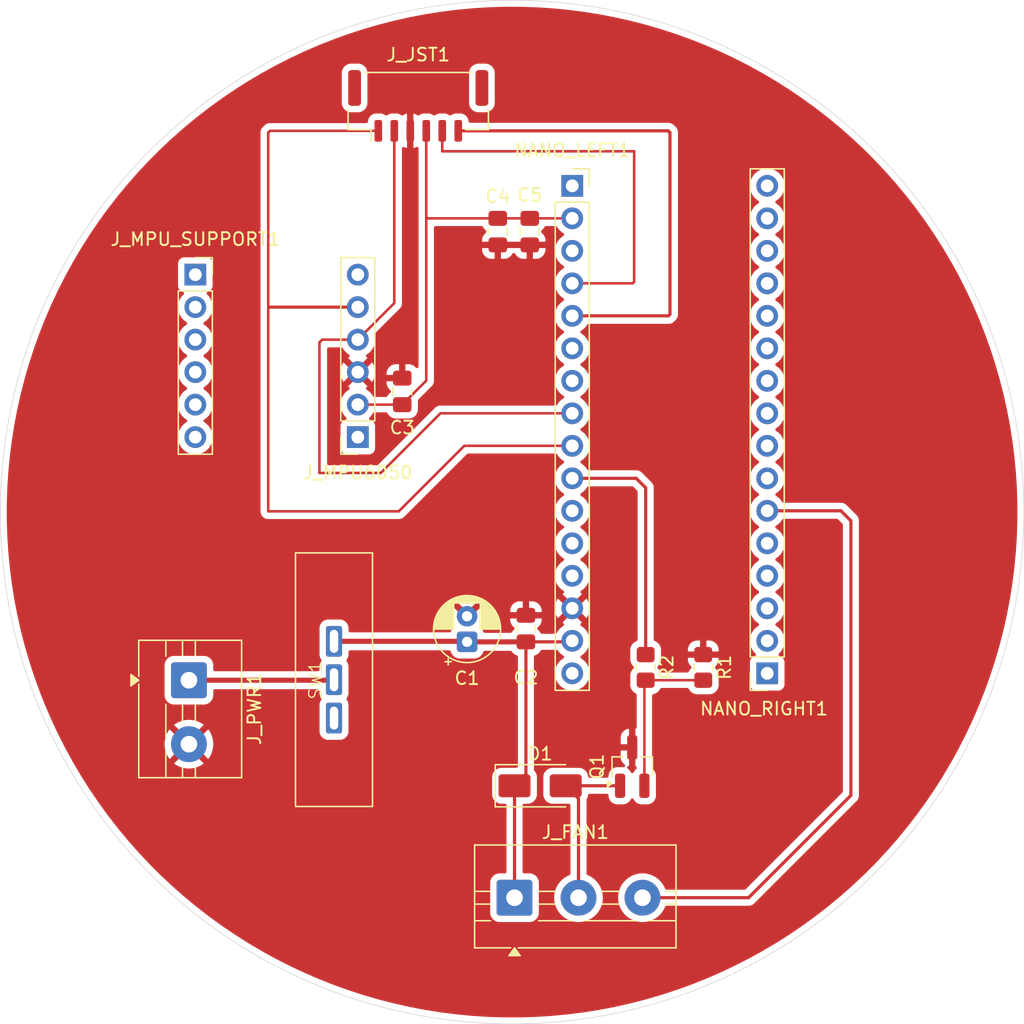
<source format=kicad_pcb>
(kicad_pcb
	(version 20241229)
	(generator "pcbnew")
	(generator_version "9.0")
	(general
		(thickness 1.6)
		(legacy_teardrops no)
	)
	(paper "A4")
	(title_block
		(title "Main Board for Programmable Spinners")
		(date "2025-11-19")
	)
	(layers
		(0 "F.Cu" signal)
		(2 "B.Cu" signal)
		(9 "F.Adhes" user "F.Adhesive")
		(11 "B.Adhes" user "B.Adhesive")
		(13 "F.Paste" user)
		(15 "B.Paste" user)
		(5 "F.SilkS" user "F.Silkscreen")
		(7 "B.SilkS" user "B.Silkscreen")
		(1 "F.Mask" user)
		(3 "B.Mask" user)
		(17 "Dwgs.User" user "User.Drawings")
		(19 "Cmts.User" user "User.Comments")
		(21 "Eco1.User" user "User.Eco1")
		(23 "Eco2.User" user "User.Eco2")
		(25 "Edge.Cuts" user)
		(27 "Margin" user)
		(31 "F.CrtYd" user "F.Courtyard")
		(29 "B.CrtYd" user "B.Courtyard")
		(35 "F.Fab" user)
		(33 "B.Fab" user)
		(39 "User.1" user)
		(41 "User.2" user)
		(43 "User.3" user)
		(45 "User.4" user)
	)
	(setup
		(stackup
			(layer "F.SilkS"
				(type "Top Silk Screen")
			)
			(layer "F.Paste"
				(type "Top Solder Paste")
			)
			(layer "F.Mask"
				(type "Top Solder Mask")
				(thickness 0.01)
			)
			(layer "F.Cu"
				(type "copper")
				(thickness 0.035)
			)
			(layer "dielectric 1"
				(type "core")
				(thickness 1.51)
				(material "FR4")
				(epsilon_r 4.5)
				(loss_tangent 0.02)
			)
			(layer "B.Cu"
				(type "copper")
				(thickness 0.035)
			)
			(layer "B.Mask"
				(type "Bottom Solder Mask")
				(thickness 0.01)
			)
			(layer "B.Paste"
				(type "Bottom Solder Paste")
			)
			(layer "B.SilkS"
				(type "Bottom Silk Screen")
			)
			(copper_finish "None")
			(dielectric_constraints no)
		)
		(pad_to_mask_clearance 0)
		(allow_soldermask_bridges_in_footprints no)
		(tenting front back)
		(pcbplotparams
			(layerselection 0x00000000_00000000_55555555_5755f5ff)
			(plot_on_all_layers_selection 0x00000000_00000000_00000000_00000000)
			(disableapertmacros no)
			(usegerberextensions no)
			(usegerberattributes yes)
			(usegerberadvancedattributes yes)
			(creategerberjobfile yes)
			(dashed_line_dash_ratio 12.000000)
			(dashed_line_gap_ratio 3.000000)
			(svgprecision 4)
			(plotframeref no)
			(mode 1)
			(useauxorigin no)
			(hpglpennumber 1)
			(hpglpenspeed 20)
			(hpglpendiameter 15.000000)
			(pdf_front_fp_property_popups yes)
			(pdf_back_fp_property_popups yes)
			(pdf_metadata yes)
			(pdf_single_document no)
			(dxfpolygonmode yes)
			(dxfimperialunits yes)
			(dxfusepcbnewfont yes)
			(psnegative no)
			(psa4output no)
			(plot_black_and_white yes)
			(sketchpadsonfab no)
			(plotpadnumbers no)
			(hidednponfab no)
			(sketchdnponfab yes)
			(crossoutdnponfab yes)
			(subtractmaskfromsilk no)
			(outputformat 1)
			(mirror no)
			(drillshape 0)
			(scaleselection 1)
			(outputdirectory "fab/")
		)
	)
	(net 0 "")
	(net 1 "+12V")
	(net 2 "/FPin")
	(net 3 "/SDA")
	(net 4 "GND")
	(net 5 "/LPin")
	(net 6 "+3V3")
	(net 7 "/SCL")
	(net 8 "/RPin")
	(net 9 "unconnected-(J_MPU6050-Pin_1-Pad1)")
	(net 10 "unconnected-(J_MPU6050-Pin_6-Pad6)")
	(net 11 "unconnected-(NANO_LEFT1-Pin_11-Pad11)")
	(net 12 "unconnected-(NANO_RIGHT1-Pin_4-Pad4)")
	(net 13 "unconnected-(NANO_LEFT1-Pin_13-Pad13)")
	(net 14 "/Fan_Power")
	(net 15 "unconnected-(NANO_LEFT1-Pin_1-Pad1)")
	(net 16 "unconnected-(NANO_LEFT1-Pin_12-Pad12)")
	(net 17 "unconnected-(NANO_LEFT1-Pin_3-Pad3)")
	(net 18 "unconnected-(NANO_RIGHT1-Pin_9-Pad9)")
	(net 19 "unconnected-(NANO_RIGHT1-Pin_15-Pad15)")
	(net 20 "unconnected-(NANO_RIGHT1-Pin_8-Pad8)")
	(net 21 "unconnected-(NANO_RIGHT1-Pin_13-Pad13)")
	(net 22 "unconnected-(NANO_RIGHT1-Pin_2-Pad2)")
	(net 23 "unconnected-(NANO_RIGHT1-Pin_14-Pad14)")
	(net 24 "unconnected-(NANO_RIGHT1-Pin_1-Pad1)")
	(net 25 "unconnected-(NANO_RIGHT1-Pin_11-Pad11)")
	(net 26 "unconnected-(NANO_RIGHT1-Pin_5-Pad5)")
	(net 27 "/MPin")
	(net 28 "unconnected-(NANO_RIGHT1-Pin_10-Pad10)")
	(net 29 "unconnected-(NANO_RIGHT1-Pin_7-Pad7)")
	(net 30 "unconnected-(NANO_RIGHT1-Pin_12-Pad12)")
	(net 31 "unconnected-(NANO_RIGHT1-Pin_3-Pad3)")
	(net 32 "unconnected-(SW1-C-Pad3)")
	(net 33 "unconnected-(NANO_LEFT1-Pin_7-Pad7)")
	(net 34 "unconnected-(NANO_LEFT1-Pin_6-Pad6)")
	(net 35 "unconnected-(J_MPU_SUPPORT1-Pin_3-Pad3)")
	(net 36 "unconnected-(J_MPU_SUPPORT1-Pin_2-Pad2)")
	(net 37 "unconnected-(J_MPU_SUPPORT1-Pin_1-Pad1)")
	(net 38 "unconnected-(J_MPU_SUPPORT1-Pin_6-Pad6)")
	(net 39 "unconnected-(J_MPU_SUPPORT1-Pin_5-Pad5)")
	(net 40 "unconnected-(J_MPU_SUPPORT1-Pin_4-Pad4)")
	(net 41 "/FAN_GND")
	(net 42 "/GATE_PIN")
	(footprint "TerminalBlock:TerminalBlock_MaiXu_MX126-5.0-03P_1x03_P5.00mm" (layer "F.Cu") (at 151.249997 120.198706))
	(footprint "Custom-Switch:Switch_Toggle_SPDT_SS12F15" (layer "F.Cu") (at 138.240427 103.158706 -90))
	(footprint "Capacitor_THT:CP_Radial_D5.0mm_P2.00mm" (layer "F.Cu") (at 147.540427 100.2 90))
	(footprint "Connector_PinSocket_2.54mm:PinSocket_1x06_P2.54mm_Vertical" (layer "F.Cu") (at 126.3 71.5))
	(footprint "TerminalBlock:TerminalBlock_MaiXu_MX126-5.0-02P_1x02_P5.00mm" (layer "F.Cu") (at 125.799997 103.198706 -90))
	(footprint "Resistor_SMD:R_0805_2012Metric_Pad1.20x1.40mm_HandSolder" (layer "F.Cu") (at 161.499997 102.198706 -90))
	(footprint "Diode_SMD:D_SMA" (layer "F.Cu") (at 153.249997 111.448706))
	(footprint "Capacitor_SMD:C_0805_2012Metric_Pad1.18x1.45mm_HandSolder" (layer "F.Cu") (at 149.940427 68.1375 -90))
	(footprint "Capacitor_SMD:C_0805_2012Metric_Pad1.18x1.45mm_HandSolder" (layer "F.Cu") (at 152.440427 68.1375 -90))
	(footprint "Capacitor_SMD:C_0805_2012Metric_Pad1.18x1.45mm_HandSolder" (layer "F.Cu") (at 142.475 80.623794 90))
	(footprint "Package_TO_SOT_SMD:SOT-23_Handsoldering" (layer "F.Cu") (at 160.449997 109.948706 90))
	(footprint "Resistor_SMD:R_0805_2012Metric_Pad1.20x1.40mm_HandSolder" (layer "F.Cu") (at 165.999997 102.198706 -90))
	(footprint "Connector_PinSocket_2.54mm:PinSocket_1x16_P2.54mm_Vertical" (layer "F.Cu") (at 155.759995 64.558706))
	(footprint "Connector_PinSocket_2.54mm:PinSocket_1x16_P2.54mm_Vertical" (layer "F.Cu") (at 171 102.658706 180))
	(footprint "Connector_PinSocket_2.54mm:PinSocket_1x06_P2.54mm_Vertical" (layer "F.Cu") (at 139 84.2 180))
	(footprint "Capacitor_SMD:C_0805_2012Metric_Pad1.18x1.45mm_HandSolder" (layer "F.Cu") (at 152.140427 99.1625 90))
	(footprint "Connector_JST:JST_GH_BM06B-GHS-TBT_1x06-1MP_P1.25mm_Vertical" (layer "F.Cu") (at 143.725 58.308706))
	(gr_circle
		(center 151.059573 90.058706)
		(end 151.059573 50.058706)
		(stroke
			(width 0.05)
			(type default)
		)
		(fill no)
		(layer "Edge.Cuts")
		(uuid "8b9cbbed-107b-4659-8419-5bf4e37f7d7b")
	)
	(segment
		(start 137.100427 103.198706)
		(end 137.140427 103.158706)
		(width 0.4)
		(layer "F.Cu")
		(net 1)
		(uuid "0c833c99-ca72-444a-a69b-903a78b16690")
	)
	(segment
		(start 125.799997 103.198706)
		(end 137.100427 103.198706)
		(width 0.4)
		(layer "F.Cu")
		(net 1)
		(uuid "870d0621-f714-42a9-8a4e-f7720df1d0a1")
	)
	(segment
		(start 177.540427 90.740427)
		(end 176.758706 89.958706)
		(width 0.25)
		(layer "F.Cu")
		(net 2)
		(uuid "13181f4f-cc84-498d-b8e7-f505cc987aff")
	)
	(segment
		(start 176.758706 89.958706)
		(end 171 89.958706)
		(width 0.25)
		(layer "F.Cu")
		(net 2)
		(uuid "3ec40b37-1e15-4d32-ac57-934cc83cad4a")
	)
	(segment
		(start 161.249997 120.198706)
		(end 169.541721 120.198706)
		(width 0.25)
		(layer "F.Cu")
		(net 2)
		(uuid "537be380-b3f4-40b7-917f-23aefc1b95ce")
	)
	(segment
		(start 177.540427 112.2)
		(end 177.540427 90.740427)
		(width 0.25)
		(layer "F.Cu")
		(net 2)
		(uuid "66b39df5-46dc-47f9-b6c5-f59032015e23")
	)
	(segment
		(start 169.541721 120.198706)
		(end 177.540427 112.2)
		(width 0.25)
		(layer "F.Cu")
		(net 2)
		(uuid "9d5abb53-6f61-484e-bd2a-0e1553afab62")
	)
	(segment
		(start 155.759995 84.878706)
		(end 147.321294 84.878706)
		(width 0.2)
		(layer "F.Cu")
		(net 3)
		(uuid "11788ac1-924f-42e2-809e-b2700709eb80")
	)
	(segment
		(start 132 90)
		(end 132 74)
		(width 0.2)
		(layer "F.Cu")
		(net 3)
		(uuid "17898a4b-d166-46c5-83d2-22143ca235b9")
	)
	(segment
		(start 142.2 90)
		(end 132 90)
		(width 0.2)
		(layer "F.Cu")
		(net 3)
		(uuid "1ed4bf5d-cf9f-4111-a261-5ea392bd2725")
	)
	(segment
		(start 132 74)
		(end 132 60.4)
		(width 0.2)
		(layer "F.Cu")
		(net 3)
		(uuid "2cb97dee-169e-4934-b754-f7c81981e525")
	)
	(segment
		(start 155.639995 84.998706)
		(end 155.759995 84.878706)
		(width 0.2)
		(layer "F.Cu")
		(net 3)
		(uuid "422dab6c-1866-47d7-8300-d0f244afaa6b")
	)
	(segment
		(start 132.141294 60.258706)
		(end 140.6 60.258706)
		(width 0.2)
		(layer "F.Cu")
		(net 3)
		(uuid "623a7a46-9fb4-42db-92b3-0e9a4b5de129")
	)
	(segment
		(start 139 74.04)
		(end 132.04 74.04)
		(width 0.25)
		(layer "F.Cu")
		(net 3)
		(uuid "63585de0-9295-4751-9119-0e0d24053960")
	)
	(segment
		(start 132 60.4)
		(end 132.141294 60.258706)
		(width 0.2)
		(layer "F.Cu")
		(net 3)
		(uuid "a6ed979a-919a-45ca-a129-a197b0544fbd")
	)
	(segment
		(start 147.321294 84.878706)
		(end 142.2 90)
		(width 0.2)
		(layer "F.Cu")
		(net 3)
		(uuid "ec43f408-d3e0-4369-a671-2719341613e8")
	)
	(segment
		(start 160.48 72.178706)
		(end 160.6 72.058706)
		(width 0.2)
		(layer "F.Cu")
		(net 5)
		(uuid "3e7f0662-4ed8-4b0a-8549-245768ff71a4")
	)
	(segment
		(start 145.6 61.858706)
		(end 145.6 60.258706)
		(width 0.2)
		(layer "F.Cu")
		(net 5)
		(uuid "4719f152-f03f-4d6f-924f-0c784ad652dc")
	)
	(segment
		(start 160.6 61.858706)
		(end 145.6 61.858706)
		(width 0.2)
		(layer "F.Cu")
		(net 5)
		(uuid "5b9cf836-d055-47be-9cf0-b2dce1ccca87")
	)
	(segment
		(start 160.6 72.058706)
		(end 160.6 61.858706)
		(width 0.2)
		(layer "F.Cu")
		(net 5)
		(uuid "7c3393f6-964e-4c71-bf24-9840c0452cff")
	)
	(segment
		(start 155.759995 72.178706)
		(end 160.48 72.178706)
		(width 0.2)
		(layer "F.Cu")
		(net 5)
		(uuid "7dd804f0-1dcd-450c-82e6-2f47841e98e0")
	)
	(segment
		(start 152.440427 67.1)
		(end 149.940427 67.1)
		(width 0.2)
		(layer "F.Cu")
		(net 6)
		(uuid "47476153-5fda-489f-ac05-2c473a8016e7")
	)
	(segment
		(start 155.759995 67.098706)
		(end 152.441721 67.098706)
		(width 0.2)
		(layer "F.Cu")
		(net 6)
		(uuid "4b655dd6-5c5e-4464-b7d7-25b9a25072d2")
	)
	(segment
		(start 152.441721 67.098706)
		(end 152.440427 67.1)
		(width 0.2)
		(layer "F.Cu")
		(net 6)
		(uuid "a3755ee5-e0c2-434d-b46a-a600ed1ba8ca")
	)
	(segment
		(start 142.473706 81.66)
		(end 142.475 81.661294)
		(width 0.2)
		(layer "F.Cu")
		(net 6)
		(uuid "ae7bc235-4660-4e52-8627-c58a0fff8a17")
	)
	(segment
		(start 149.940427 67.1)
		(end 144.45 67.1)
		(width 0.2)
		(layer "F.Cu")
		(net 6)
		(uuid "b0ac83f2-718f-43d3-81f2-d164ed4863f9")
	)
	(segment
		(start 144.35 79.786294)
		(end 144.35 67)
		(width 0.2)
		(layer "F.Cu")
		(net 6)
		(uuid "b1e73726-7906-4dea-b528-0481fa556999")
	)
	(segment
		(start 139 81.66)
		(end 142.473706 81.66)
		(width 0.2)
		(layer "F.Cu")
		(net 6)
		(uuid "bd4a8b0b-3d8e-4257-9020-6481d92930aa")
	)
	(segment
		(start 144.35 67)
		(end 144.35 60.258706)
		(width 0.2)
		(layer "F.Cu")
		(net 6)
		(uuid "d0bb2bb7-8821-4fca-960a-8dd0271ec16d")
	)
	(segment
		(start 142.475 81.661294)
		(end 144.35 79.786294)
		(width 0.2)
		(layer "F.Cu")
		(net 6)
		(uuid "d2be807a-527d-4c1e-aaf5-177b20d5c6e8")
	)
	(segment
		(start 144.45 67.1)
		(end 144.35 67)
		(width 0.2)
		(layer "F.Cu")
		(net 6)
		(uuid "dab032c9-a188-45d5-8992-78841b3e0c9d")
	)
	(segment
		(start 145.461294 82.338706)
		(end 140.8 87)
		(width 0.2)
		(layer "F.Cu")
		(net 7)
		(uuid "1e382afc-e494-403c-b7fa-fdb6900616a8")
	)
	(segment
		(start 136.22 76.58)
		(end 139 76.58)
		(width 0.2)
		(layer "F.Cu")
		(net 7)
		(uuid "2b41efb6-a686-425f-9fb1-6d5b4788cdee")
	)
	(segment
		(start 155.759995 82.338706)
		(end 145.461294 82.338706)
		(width 0.2)
		(layer "F.Cu")
		(net 7)
		(uuid "678198c5-0cd6-4a58-b164-90ae6d09037c")
	)
	(segment
		(start 139 76.58)
		(end 141.85 73.73)
		(width 0.2)
		(layer "F.Cu")
		(net 7)
		(uuid "850ef4f6-f780-4477-94bf-2437638b7588")
	)
	(segment
		(start 136 76.8)
		(end 136.22 76.58)
		(width 0.2)
		(layer "F.Cu")
		(net 7)
		(uuid "be00a10d-7775-4e83-b49b-e5d44c1b455c")
	)
	(segment
		(start 155.639995 82.458706)
		(end 155.759995 82.338706)
		(width 0.2)
		(layer "F.Cu")
		(net 7)
		(uuid "c61cbb91-59ab-4e5c-89c3-be5d3d7a608f")
	)
	(segment
		(start 136 87)
		(end 136 76.8)
		(width 0.2)
		(layer "F.Cu")
		(net 7)
		(uuid "e1de3e2a-e16f-4d00-a3f5-ecb431d324ce")
	)
	(segment
		(start 140.8 87)
		(end 136 87)
		(width 0.2)
		(layer "F.Cu")
		(net 7)
		(uuid "e7c49b14-7f79-40d8-9264-c36f8a01cc7e")
	)
	(segment
		(start 141.85 73.73)
		(end 141.85 60.258706)
		(width 0.2)
		(layer "F.Cu")
		(net 7)
		(uuid "ee5b9bc3-0c6f-43e8-812a-0bba96c7d324")
	)
	(segment
		(start 163.281294 74.718706)
		(end 163.4 74.6)
		(width 0.25)
		(layer "F.Cu")
		(net 8)
		(uuid "4adee9e2-ce88-4e6b-aaab-4f7325871413")
	)
	(segment
		(start 163.4 74.6)
		(end 163.4 60.4)
		(width 0.25)
		(layer "F.Cu")
		(net 8)
		(uuid "8152b690-3852-4f55-bc59-c2cc59375cc3")
	)
	(segment
		(start 163.258706 60.258706)
		(end 146.85 60.258706)
		(width 0.25)
		(layer "F.Cu")
		(net 8)
		(uuid "846d7749-6de8-4b5a-8d5f-6e7d0225acff")
	)
	(segment
		(start 163.4 60.4)
		(end 163.258706 60.258706)
		(width 0.25)
		(layer "F.Cu")
		(net 8)
		(uuid "a6783a39-aaba-4d81-9e46-7bc32c15992b")
	)
	(segment
		(start 155.759995 74.718706)
		(end 163.281294 74.718706)
		(width 0.25)
		(layer "F.Cu")
		(net 8)
		(uuid "b63263b6-82fa-4245-822f-2aaa9991b631")
	)
	(segment
		(start 152.140427 100.2)
		(end 155.678701 100.2)
		(width 0.25)
		(layer "F.Cu")
		(net 14)
		(uuid "0a03a828-9a10-4345-9a50-de71ba6e12e1")
	)
	(segment
		(start 137.140427 100.158706)
		(end 147.499133 100.158706)
		(width 0.4)
		(layer "F.Cu")
		(net 14)
		(uuid "172cb979-4b78-4c13-b0f3-c45dd7fcf959")
	)
	(segment
		(start 151.249997 111.448706)
		(end 151.249997 120.198706)
		(width 0.25)
		(layer "F.Cu")
		(net 14)
		(uuid "2130a0f5-51dc-4efa-a13c-dac5cd15ea4b")
	)
	(segment
		(start 155.678701 100.2)
		(end 155.759995 100.118706)
		(width 0.25)
		(layer "F.Cu")
		(net 14)
		(uuid "4762e2f0-f9a3-43a3-9a21-fad163910968")
	)
	(segment
		(start 152.140427 100.2)
		(end 152.140427 110.558276)
		(width 0.25)
		(layer "F.Cu")
		(net 14)
		(uuid "4cd28f32-9a2a-47d5-b594-8345b554449d")
	)
	(segment
		(start 155.719995 100.158706)
		(end 155.759995 100.118706)
		(width 0.2)
		(layer "F.Cu")
		(net 14)
		(uuid "599d737e-a1a4-41cb-80b5-9b6ef254dfc2")
	)
	(segment
		(start 147.499133 100.158706)
		(end 147.540427 100.2)
		(width 0.4)
		(layer "F.Cu")
		(net 14)
		(uuid "7973d646-f892-4a6c-95da-5d7973eea4ee")
	)
	(segment
		(start 152.140427 110.558276)
		(end 151.249997 111.448706)
		(width 0.25)
		(layer "F.Cu")
		(net 14)
		(uuid "7d022885-5bd1-4dfc-b67c-8e328dac3b0a")
	)
	(segment
		(start 147.540427 100.2)
		(end 152.140427 100.2)
		(width 0.4)
		(layer "F.Cu")
		(net 14)
		(uuid "acb8e55d-18df-443b-a3e0-1e8e384ffa29")
	)
	(segment
		(start 161.499997 101.198706)
		(end 161.499997 88.15957)
		(width 0.25)
		(layer "F.Cu")
		(net 27)
		(uuid "addc0312-6004-40d4-94ce-8f62e6095b83")
	)
	(segment
		(start 160.759133 87.418706)
		(end 155.759995 87.418706)
		(width 0.25)
		(layer "F.Cu")
		(net 27)
		(uuid "c99ef5e0-a37b-4ca7-9846-6846fcd692ea")
	)
	(segment
		(start 161.499997 88.15957)
		(end 160.759133 87.418706)
		(width 0.25)
		(layer "F.Cu")
		(net 27)
		(uuid "cc1c5ef4-3da4-41c8-9d41-f8ec4f1200ba")
	)
	(segment
		(start 156.249997 112.448706)
		(end 155.249997 111.448706)
		(width 0.25)
		(layer "F.Cu")
		(net 41)
		(uuid "6348fb1f-54c0-4c01-b112-831a42e9c15e")
	)
	(segment
		(start 156.249997 120.198706)
		(end 156.249997 112.448706)
		(width 0.25)
		(layer "F.Cu")
		(net 41)
		(uuid "7257f10a-9183-4c68-8e3f-b8a80e73d498")
	)
	(segment
		(start 155.249997 111.448706)
		(end 159.499997 111.448706)
		(width 0.25)
		(layer "F.Cu")
		(net 41)
		(uuid "7c27c642-0bd5-440f-a422-2748c2faaf55")
	)
	(segment
		(start 161.499997 103.198706)
		(end 165.999997 103.198706)
		(width 0.2)
		(layer "F.Cu")
		(net 42)
		(uuid "15282907-45dd-482a-a7b8-e983fec07c00")
	)
	(segment
		(start 161.399997 103.298706)
		(end 161.499997 103.198706)
		(width 0.2)
		(layer "F.Cu")
		(net 42)
		(uuid "34320295-ba4a-45f1-aba6-75b29a3007df")
	)
	(segment
		(start 161.399997 111.448706)
		(end 161.399997 103.298706)
		(width 0.2)
		(layer "F.Cu")
		(net 42)
		(uuid "516aff17-4f5e-4b29-b10c-0d1497734a2e")
	)
	(zone
		(net 4)
		(net_name "GND")
		(layer "F.Cu")
		(uuid "026aca82-133b-4cb9-aca1-e164c79a8e09")
		(hatch edge 0.5)
		(connect_pads
			(clearance 0.5)
		)
		(min_thickness 0.25)
		(filled_areas_thickness no)
		(fill yes
			(thermal_gap 0.5)
			(thermal_bridge_width 0.5)
		)
		(polygon
			(pts
				(arc
					(start 111.059573 90.058706)
					(mid 191.059573 90.058706)
					(end 111.059573 90.058706)
				)
			)
		)
		(filled_polygon
			(layer "F.Cu")
			(pts
				(xy 154.541315 67.718891) (xy 154.58476 67.766911) (xy 154.604942 67.80652) (xy 154.604943 67.806521)
				(xy 154.729885 67.978492) (xy 154.880208 68.128815) (xy 155.052177 68.253756) (xy 155.060941 68.258222)
				(xy 155.111737 68.306197) (xy 155.128531 68.374018) (xy 155.105993 68.440153) (xy 155.060941 68.47919)
				(xy 155.052177 68.483655) (xy 154.880208 68.608596) (xy 154.729885 68.758919) (xy 154.604946 68.930885)
				(xy 154.508439 69.120291) (xy 154.442748 69.322466) (xy 154.409495 69.532419) (xy 154.409495 69.744993)
				(xy 154.442749 69.954949) (xy 154.508045 70.155909) (xy 154.508439 70.15712) (xy 154.604946 70.346526)
				(xy 154.729885 70.518492) (xy 154.880208 70.668815) (xy 155.052177 70.793756) (xy 155.060941 70.798222)
				(xy 155.111737 70.846197) (xy 155.128531 70.914018) (xy 155.105993 70.980153) (xy 155.060941 71.01919)
				(xy 155.052177 71.023655) (xy 154.880208 71.148596) (xy 154.729885 71.298919) (xy 154.604946 71.470885)
				(xy 154.508439 71.660291) (xy 154.442748 71.862466) (xy 154.409495 72.072419) (xy 154.409495 72.284992)
				(xy 154.436814 72.457482) (xy 154.442749 72.494949) (xy 154.503877 72.683082) (xy 154.508439 72.69712)
				(xy 154.604946 72.886526) (xy 154.729885 73.058492) (xy 154.880208 73.208815) (xy 155.052177 73.333756)
				(xy 155.060941 73.338222) (xy 155.111737 73.386197) (xy 155.128531 73.454018) (xy 155.105993 73.520153)
				(xy 155.060941 73.55919) (xy 155.052177 73.563655) (xy 154.880208 73.688596) (xy 154.729885 73.838919)
				(xy 154.604946 74.010885) (xy 154.508439 74.200291) (xy 154.442748 74.402466) (xy 154.409495 74.612419)
				(xy 154.409495 74.824993) (xy 154.442749 75.034949) (xy 154.49786 75.204563) (xy 154.508439 75.23712)
				(xy 154.604946 75.426526) (xy 154.729885 75.598492) (xy 154.880208 75.748815) (xy 155.052177 75.873756)
				(xy 155.060941 75.878222) (xy 155.111737 75.926197) (xy 155.128531 75.994018) (xy 155.105993 76.060153)
				(xy 155.060941 76.09919) (xy 155.052177 76.103655) (xy 154.880208 76.228596) (xy 154.729885 76.378919)
				(xy 154.604946 76.550885) (xy 154.508439 76.740291) (xy 154.442748 76.942466) (xy 154.409495 77.152419)
				(xy 154.409495 77.364993) (xy 154.442749 77.574949) (xy 154.49631 77.739793) (xy 154.508439 77.77712)
				(xy 154.604946 77.966526) (xy 154.729885 78.138492) (xy 154.880208 78.288815) (xy 155.052177 78.413756)
				(xy 155.060941 78.418222) (xy 155.111737 78.466197) (xy 155.128531 78.534018) (xy 155.105993 78.600153)
				(xy 155.060941 78.63919) (xy 155.052177 78.643655) (xy 154.880208 78.768596) (xy 154.729885 78.918919)
				(xy 154.604946 79.090885) (xy 154.508439 79.280291) (xy 154.442748 79.482466) (xy 154.409495 79.692419)
				(xy 154.409495 79.904993) (xy 154.442749 80.114949) (xy 154.49622 80.279516) (xy 154.508439 80.31712)
				(xy 154.604946 80.506526) (xy 154.729885 80.678492) (xy 154.880208 80.828815) (xy 155.052177 80.953756)
				(xy 155.060941 80.958222) (xy 155.111737 81.006197) (xy 155.128531 81.074018) (xy 155.105993 81.140153)
				(xy 155.060941 81.17919) (xy 155.052177 81.183655) (xy 154.880208 81.308596) (xy 154.729885 81.458919)
				(xy 154.604943 81.63089) (xy 154.604942 81.630891) (xy 154.58476 81.670501) (xy 154.536786 81.721297)
				(xy 154.474276 81.738206) (xy 145.540351 81.738206) (xy 145.382236 81.738206) (xy 145.229509 81.779129)
				(xy 145.229508 81.779129) (xy 145.229506 81.77913) (xy 145.229503 81.779131) (xy 145.17939 81.808065)
				(xy 145.179389 81.808066) (xy 145.135983 81.833126) (xy 145.092579 81.858185) (xy 145.092576 81.858187)
				(xy 144.980774 81.96999) (xy 144.980772 81.969992) (xy 142.779874 84.170891) (xy 140.587584 86.363181)
				(xy 140.526261 86.396666) (xy 140.499903 86.3995) (xy 136.7245 86.3995) (xy 136.657461 86.379815)
				(xy 136.611706 86.327011) (xy 136.6005 86.2755) (xy 136.6005 77.3045) (xy 136.620185 77.237461)
				(xy 136.672989 77.191706) (xy 136.7245 77.1805) (xy 137.714281 77.1805) (xy 137.78132 77.200185)
				(xy 137.824765 77.248205) (xy 137.844947 77.287814) (xy 137.844948 77.287815) (xy 137.96989 77.459786)
				(xy 138.120213 77.610109) (xy 138.292179 77.735048) (xy 138.292181 77.735049) (xy 138.292184 77.735051)
				(xy 138.301493 77.739794) (xy 138.35229 77.787766) (xy 138.369087 77.855587) (xy 138.346552 77.921722)
				(xy 138.301505 77.96076) (xy 138.292446 77.965376) (xy 138.29244 77.96538) (xy 138.238282 78.004727)
				(xy 138.238282 78.004728) (xy 138.870591 78.637037) (xy 138.807007 78.654075) (xy 138.692993 78.719901)
				(xy 138.599901 78.812993) (xy 138.534075 78.927007) (xy 138.517037 78.990591) (xy 137.884728 78.358282)
				(xy 137.884727 78.358282) (xy 137.84538 78.412439) (xy 137.748904 78.601782) (xy 137.683242 78.803869)
				(xy 137.683242 78.803872) (xy 137.65 79.013753) (xy 137.65 79.226246) (xy 137.683242 79.436127)
				(xy 137.683242 79.43613) (xy 137.748904 79.638217) (xy 137.845375 79.82755) (xy 137.884728 79.881716)
				(xy 138.517037 79.249408) (xy 138.534075 79.312993) (xy 138.599901 79.427007) (xy 138.692993 79.520099)
				(xy 138.807007 79.585925) (xy 138.87059 79.602962) (xy 138.238282 80.235269) (xy 138.238282 80.23527)
				(xy 138.292452 80.274626) (xy 138.292451 80.274626) (xy 138.301495 80.279234) (xy 138.352292 80.327208)
				(xy 138.369087 80.395029) (xy 138.34655 80.461164) (xy 138.301499 80.500202) (xy 138.292182 80.504949)
				(xy 138.120213 80.62989) (xy 137.96989 80.780213) (xy 137.844951 80.952179) (xy 137.748444 81.141585)
				(xy 137.682753 81.34376) (xy 137.6495 81.553713) (xy 137.6495 81.766286) (xy 137.681763 81.96999)
				(xy 137.682754 81.976243) (xy 137.739728 82.151591) (xy 137.748444 82.178414) (xy 137.844951 82.36782)
				(xy 137.96989 82.539786) (xy 138.08343 82.653326) (xy 138.116915 82.714649) (xy 138.111931 82.784341)
				(xy 138.070059 82.840274) (xy 138.039083 82.857189) (xy 137.907669 82.906203) (xy 137.907664 82.906206)
				(xy 137.792455 82.992452) (xy 137.792452 82.992455) (xy 137.706206 83.107664) (xy 137.706202 83.107671)
				(xy 137.655908 83.242517) (xy 137.649501 83.302116) (xy 137.649501 83.302123) (xy 137.6495 83.302135)
				(xy 137.6495 85.09787) (xy 137.649501 85.097876) (xy 137.655908 85.157483) (xy 137.706202 85.292328)
				(xy 137.706206 85.292335) (xy 137.792452 85.407544) (xy 137.792455 85.407547) (xy 137.907664 85.493793)
				(xy 137.907671 85.493797) (xy 138.042517 85.544091) (xy 138.042516 85.544091) (xy 138.049444 85.544835)
				(xy 138.102127 85.5505) (xy 139.897872 85.550499) (xy 139.957483 85.544091) (xy 140.092331 85.493796)
				(xy 140.207546 85.407546) (xy 140.293796 85.292331) (xy 140.344091 85.157483) (xy 140.3505 85.097873)
				(xy 140.350499 83.302128) (xy 140.344091 83.242517) (xy 140.33513 83.218492) (xy 140.293797 83.107671)
				(xy 140.293793 83.107664) (xy 140.207547 82.992455) (xy 140.207544 82.992452) (xy 140.092335 82.906206)
				(xy 140.092328 82.906202) (xy 139.960917 82.857189) (xy 139.904983 82.815318) (xy 139.880566 82.749853)
				(xy 139.895418 82.68158) (xy 139.916563 82.653332) (xy 140.030104 82.539792) (xy 140.155051 82.367816)
				(xy 140.155349 82.36723) (xy 140.175235 82.328205) (xy 140.223209 82.277409) (xy 140.285719 82.2605)
				(xy 141.210434 82.2605) (xy 141.277473 82.280185) (xy 141.315973 82.319404) (xy 141.345833 82.367816)
				(xy 141.407288 82.46745) (xy 141.531344 82.591506) (xy 141.680666 82.683608) (xy 141.847203 82.738793)
				(xy 141.949991 82.749294) (xy 143.000008 82.749293) (xy 143.000016 82.749292) (xy 143.000019 82.749292)
				(xy 143.056302 82.743542) (xy 143.102797 82.738793) (xy 143.269334 82.683608) (xy 143.418656 82.591506)
				(xy 143.542712 82.46745) (xy 143.634814 82.318128) (xy 143.689999 82.151591) (xy 143.7005 82.048803)
				(xy 143.700499 81.336389) (xy 143.720183 81.269351) (xy 143.736813 81.248714) (xy 144.708506 80.277022)
				(xy 144.708511 80.277018) (xy 144.718714 80.266814) (xy 144.718716 80.266814) (xy 144.83052 80.15501)
				(xy 144.909577 80.018078) (xy 144.941954 79.897247) (xy 144.9505 79.865352) (xy 144.9505 79.707237)
				(xy 144.9505 69.562486) (xy 148.715428 69.562486) (xy 148.725921 69.665197) (xy 148.781068 69.831619)
				(xy 148.78107 69.831624) (xy 148.873111 69.980845) (xy 148.997081 70.104815) (xy 149.146302 70.196856)
				(xy 149.146307 70.196858) (xy 149.312729 70.252005) (xy 149.312736 70.252006) (xy 149.415446 70.262499)
				(xy 149.690426 70.262499) (xy 150.190427 70.262499) (xy 150.465399 70.262499) (xy 150.465413 70.262498)
				(xy 150.568124 70.252005) (xy 150.734546 70.196858) (xy 150.734551 70.196856) (xy 150.883772 70.104815)
				(xy 151.007742 69.980845) (xy 151.084888 69.855773) (xy 151.136836 69.809049) (xy 151.205799 69.797826)
				(xy 151.269881 69.82567) (xy 151.295966 69.855773) (xy 151.373111 69.980845) (xy 151.497081 70.104815)
				(xy 151.646302 70.196856) (xy 151.646307 70.196858) (xy 151.812729 70.252005) (xy 151.812736 70.252006)
				(xy 151.915446 70.262499) (xy 152.190426 70.262499) (xy 152.690427 70.262499) (xy 152.965399 70.262499)
				(xy 152.965413 70.262498) (xy 153.068124 70.252005) (xy 153.234546 70.196858) (xy 153.234551 70.196856)
				(xy 153.383772 70.104815) (xy 153.507742 69.980845) (xy 153.599783 69.831624) (xy 153.599785 69.831619)
				(xy 153.654932 69.665197) (xy 153.654933 69.66519) (xy 153.665426 69.562486) (xy 153.665427 69.562473)
				(xy 153.665427 69.425) (xy 152.690427 69.425) (xy 152.690427 70.262499) (xy 152.190426 70.262499)
				(xy 152.190427 70.262498) (xy 152.190427 69.425) (xy 150.190427 69.425) (xy 150.190427 70.262499)
				(xy 149.690426 70.262499) (xy 149.690427 70.262498) (xy 149.690427 69.425) (xy 148.715428 69.425)
				(xy 148.715428 69.562486) (xy 144.9505 69.562486) (xy 144.9505 67.8245) (xy 144.970185 67.757461)
				(xy 145.022989 67.711706) (xy 145.0745 67.7005) (xy 148.676659 67.7005) (xy 148.743698 67.720185)
				(xy 148.782196 67.759401) (xy 148.872715 67.906156) (xy 148.996771 68.030212) (xy 149.000055 68.032237)
				(xy 149.00008 68.032253) (xy 149.001872 68.034246) (xy 149.002438 68.034693) (xy 149.002361 68.034789)
				(xy 149.046806 68.084199) (xy 149.05803 68.153161) (xy 149.030188 68.217244) (xy 149.000092 68.243326)
				(xy 148.997087 68.245179) (xy 148.997082 68.245183) (xy 148.873111 68.369154) (xy 148.78107 68.518375)
				(xy 148.781068 68.51838) (xy 148.725921 68.684802) (xy 148.72592 68.684809) (xy 148.715427 68.787513)
				(xy 148.715427 68.925) (xy 153.665426 68.925) (xy 153.665426 68.787528) (xy 153.665425 68.787513)
				(xy 153.654932 68.684802) (xy 153.599785 68.51838) (xy 153.599783 68.518375) (xy 153.507742 68.369154)
				(xy 153.383771 68.245183) (xy 153.383768 68.245181) (xy 153.380766 68.243329) (xy 153.37914 68.241521)
				(xy 153.378104 68.240702) (xy 153.378244 68.240524) (xy 153.334044 68.19138) (xy 153.322824 68.122417)
				(xy 153.35067 68.058336) (xy 153.380771 68.032254) (xy 153.384083 68.030212) (xy 153.508139 67.906156)
				(xy 153.599454 67.75811) (xy 153.651402 67.711385) (xy 153.704993 67.699206) (xy 154.474276 67.699206)
			)
		)
		(filled_polygon
			(layer "F.Cu")
			(pts
				(xy 151.681945 50.56414) (xy 152.918342 50.602994) (xy 152.922193 50.603177) (xy 154.156736 50.680848)
				(xy 154.160557 50.681148) (xy 155.392113 50.797564) (xy 155.395958 50.797989) (xy 156.62317 50.953023)
				(xy 156.627027 50.953572) (xy 157.848741 51.147072) (xy 157.852582 51.147741) (xy 159.067684 51.379535)
				(xy 159.07144 51.380313) (xy 160.278716 51.65017) (xy 160.282399 51.651055) (xy 161.480546 51.958687)
				(xy 161.484301 51.959714) (xy 162.672168 52.304822) (xy 162.675832 52.305949) (xy 163.852348 52.688222)
				(xy 163.855929 52.689448) (xy 165.019854 53.108487) (xy 165.023453 53.109847) (xy 166.173581 53.565215)
				(xy 166.177109 53.566675) (xy 167.209973 54.013636) (xy 167.312386 54.057954) (xy 167.315937 54.059557)
				(xy 168.435228 54.586255) (xy 168.438662 54.587938) (xy 169.540874 55.149542) (xy 169.544258 55.151334)
				(xy 170.62827 55.747275) (xy 170.631576 55.74916) (xy 171.696346 56.378864) (xy 171.699599 56.380857)
				(xy 172.547805 56.919145) (xy 172.74406 57.043692) (xy 172.747315 57.045831) (xy 173.770384 57.741108)
				(xy 173.773571 57.743348) (xy 174.144646 58.012949) (xy 174.774336 58.470446) (xy 174.77735 58.472708)
				(xy 175.754814 59.230907) (xy 175.757818 59.233314) (xy 176.71097 60.02183) (xy 176.71389 60.024324)
				(xy 177.050341 60.320945) (xy 177.641778 60.842367) (xy 177.644659 60.844989) (xy 177.662514 60.861756)
				(xy 178.406548 61.56045) (xy 178.546369 61.69175) (xy 178.549166 61.694461) (xy 179.423817 62.569112)
				(xy 179.426528 62.571909) (xy 180.273289 63.473619) (xy 180.275911 63.4765) (xy 181.093936 64.404367)
				(xy 181.096453 64.407314) (xy 181.483315 64.874949) (xy 181.884962 65.360457) (xy 181.887377 65.363472)
				(xy 182.645562 66.340918) (xy 182.64784 66.343953) (xy 182.759912 66.498206) (xy 183.37493 67.344707)
				(xy 183.37717 67.347894) (xy 184.072447 68.370963) (xy 184.074586 68.374218) (xy 184.737409 69.418661)
				(xy 184.739424 69.421951) (xy 185.286215 70.346522) (xy 185.369095 70.486663) (xy 185.371014 70.490029)
				(xy 185.752395 71.183757) (xy 185.966928 71.573991) (xy 185.968748 71.577427) (xy 186.51995 72.659225)
				(xy 186.530324 72.679584) (xy 186.532035 72.683076) (xy 186.543524 72.707491) (xy 187.058721 73.802341)
				(xy 187.060324 73.805892) (xy 187.551588 74.941134) (xy 187.553078 74.944733) (xy 188.008422 76.094803)
				(xy 188.009799 76.098446) (xy 188.144904 76.473713) (xy 188.40645 77.200185) (xy 188.428812 77.262296)
				(xy 188.430069 77.265967) (xy 188.643047 77.921447) (xy 188.81232 78.442417) (xy 188.813465 78.44614)
				(xy 189.158563 79.633975) (xy 189.159591 79.637732) (xy 189.414336 80.629896) (xy 189.465408 80.82881)
				(xy 189.46721 80.835826) (xy 189.468118 80.839607) (xy 189.493633 80.953754) (xy 189.737959 82.046809)
				(xy 189.738749 82.050624) (xy 189.970537 83.2657) (xy 189.971206 83.269537) (xy 190.164706 84.491251)
				(xy 190.165255 84.495108) (xy 190.320287 85.722306) (xy 190.320715 85.726178) (xy 190.437127 86.95769)
				(xy 190.437432 86.961573) (xy 190.5151 88.196064) (xy 190.515284 88.199955) (xy 190.554139 89.436333)
				(xy 190.5542 89.440228) (xy 190.5542 90.677183) (xy 190.554139 90.681078) (xy 190.515284 91.917456)
				(xy 190.5151 91.921347) (xy 190.437432 93.155838) (xy 190.437127 93.159721) (xy 190.320715 94.391233)
				(xy 190.320287 94.395105) (xy 190.165255 95.622303) (xy 190.164706 95.62616) (xy 189.971206 96.847874)
				(xy 189.970537 96.851711) (xy 189.738749 98.066787) (xy 189.737959 98.070602) (xy 189.46812 99.277797)
				(xy 189.46721 99.281585) (xy 189.159591 100.479679) (xy 189.158563 100.483436) (xy 188.813465 101.671271)
				(xy 188.81232 101.674994) (xy 188.430074 102.851429) (xy 188.428812 102.855115) (xy 188.009799 104.018965)
				(xy 188.008422 104.022608) (xy 187.553078 105.172678) (xy 187.551588 105.176277) (xy 187.060324 106.311519)
				(xy 187.058721 106.31507) (xy 186.532038 107.434329) (xy 186.530324 107.437827) (xy 185.968751 108.539978)
				(xy 185.966928 108.54342) (xy 185.371025 109.627364) (xy 185.369095 109.630748) (xy 184.739426 110.695458)
				(xy 184.737391 110.69878) (xy 184.074586 111.743193) (xy 184.072447 111.746448) (xy 183.37717 112.769517)
				(xy 183.37493 112.772704) (xy 182.647859 113.773433) (xy 182.645539 113.776523) (xy 182.17819 114.379026)
				(xy 181.887397 114.753914) (xy 181.884962 114.756954) (xy 181.096466 115.710082) (xy 181.093936 115.713044)
				(xy 180.275911 116.640911) (xy 180.273289 116.643792) (xy 179.426528 117.545502) (xy 179.423817 117.548299)
				(xy 178.549166 118.42295) (xy 178.546369 118.425661) (xy 177.644659 119.272422) (xy 177.641778 119.275044)
				(xy 176.713911 120.093069) (xy 176.710949 120.095599) (xy 175.757821 120.884095) (xy 175.754781 120.88653)
				(xy 174.77739 121.644672) (xy 174.7743 121.646992) (xy 173.773571 122.374063) (xy 173.770384 122.376303)
				(xy 172.747315 123.07158) (xy 172.74406 123.073719) (xy 171.699647 123.736524) (xy 171.696325 123.738559)
				(xy 170.631615 124.368228) (xy 170.628231 124.370158) (xy 169.544287 124.966061) (xy 169.540845 124.967884)
				(xy 168.438694 125.529457) (xy 168.435196 125.531171) (xy 167.315937 126.057854) (xy 167.312386 126.059457)
				(xy 166.177144 126.550721) (xy 166.173545 126.552211) (xy 165.023475 127.007555) (xy 165.019832 127.008932)
				(xy 163.855982 127.427945) (xy 163.852296 127.429207) (xy 162.675861 127.811453) (xy 162.672138 127.812598)
				(xy 161.484303 128.157696) (xy 161.480546 128.158724) (xy 160.282452 128.466343) (xy 160.278664 128.467253)
				(xy 159.071469 128.737092) (xy 159.067654 128.737882) (xy 157.852578 128.96967) (xy 157.848741 128.970339)
				(xy 156.627027 129.163839) (xy 156.62317 129.164388) (xy 155.395972 129.31942) (xy 155.3921 129.319848)
				(xy 154.160588 129.43626) (xy 154.156705 129.436565) (xy 152.922214 129.514233) (xy 152.918323 129.514417)
				(xy 151.681945 129.553272) (xy 151.67805 129.553333) (xy 150.441096 129.553333) (xy 150.437201 129.553272)
				(xy 149.200822 129.514417) (xy 149.196931 129.514233) (xy 147.96244 129.436565) (xy 147.958557 129.43626)
				(xy 146.727045 129.319848) (xy 146.723173 129.31942) (xy 145.495975 129.164388) (xy 145.492118 129.163839)
				(xy 144.270404 128.970339) (xy 144.266567 128.96967) (xy 143.051491 128.737882) (xy 143.047676 128.737092)
				(xy 141.840481 128.467253) (xy 141.836693 128.466343) (xy 140.638599 128.158724) (xy 140.634842 128.157696)
				(xy 139.447007 127.812598) (xy 139.443284 127.811453) (xy 138.425963 127.480906) (xy 138.266834 127.429202)
				(xy 138.263178 127.42795) (xy 137.636387 127.202291) (xy 137.099313 127.008932) (xy 137.09567 127.007555)
				(xy 135.9456 126.552211) (xy 135.942001 126.550721) (xy 134.806759 126.059457) (xy 134.803208 126.057854)
				(xy 133.683949 125.531171) (xy 133.680451 125.529457) (xy 133.118358 125.243057) (xy 132.578294 124.967881)
				(xy 132.574858 124.966061) (xy 131.490896 124.370147) (xy 131.487549 124.368239) (xy 130.422818 123.738557)
				(xy 130.419528 123.736542) (xy 129.375085 123.073719) (xy 129.37183 123.07158) (xy 128.348761 122.376303)
				(xy 128.345574 122.374063) (xy 127.702534 121.906868) (xy 127.34482 121.646973) (xy 127.341785 121.644695)
				(xy 126.364339 120.88651) (xy 126.361324 120.884095) (xy 125.981971 120.570267) (xy 125.408181 120.095586)
				(xy 125.40525 120.093083) (xy 124.477367 119.275044) (xy 124.474486 119.272422) (xy 123.572776 118.425661)
				(xy 123.569979 118.42295) (xy 122.695328 117.548299) (xy 122.692617 117.545502) (xy 121.845856 116.643792)
				(xy 121.843234 116.640911) (xy 121.599917 116.364922) (xy 121.025191 115.713023) (xy 121.022697 115.710103)
				(xy 120.234181 114.756951) (xy 120.231774 114.753947) (xy 119.473575 113.776483) (xy 119.471313 113.773469)
				(xy 118.889887 112.973205) (xy 118.744215 112.772704) (xy 118.741975 112.769517) (xy 118.046698 111.746448)
				(xy 118.044559 111.743193) (xy 117.381724 110.698732) (xy 117.379719 110.695458) (xy 116.750027 109.630709)
				(xy 116.748142 109.627403) (xy 116.152201 108.543391) (xy 116.150409 108.540007) (xy 115.913055 108.074172)
				(xy 123.899997 108.074172) (xy 123.899997 108.323239) (xy 123.932505 108.570169) (xy 123.99697 108.810755)
				(xy 124.09228 109.040854) (xy 124.092285 109.040865) (xy 124.21681 109.256547) (xy 124.216816 109.256555)
				(xy 124.291397 109.353751) (xy 125.198955 108.446193) (xy 125.223975 108.506596) (xy 125.295109 108.613057)
				(xy 125.385646 108.703594) (xy 125.492107 108.774728) (xy 125.552508 108.799747) (xy 124.64495 109.707304)
				(xy 124.742147 109.781886) (xy 124.742155 109.781892) (xy 124.957837 109.906417) (xy 124.957848 109.906422)
				(xy 125.187947 110.001732) (xy 125.428533 110.066197) (xy 125.675463 110.098706) (xy 125.924531 110.098706)
				(xy 126.17146 110.066197) (xy 126.412046 110.001732) (xy 126.642145 109.906422) (xy 126.642156 109.906417)
				(xy 126.857852 109.781884) (xy 126.955042 109.707306) (xy 126.955042 109.707303) (xy 126.047485 108.799747)
				(xy 126.107887 108.774728) (xy 126.214348 108.703594) (xy 126.304885 108.613057) (xy 126.376019 108.506596)
				(xy 126.401038 108.446195) (xy 127.308594 109.353751) (xy 127.308597 109.353751) (xy 127.383175 109.256561)
				(xy 127.507708 109.040865) (xy 127.507713 109.040854) (xy 127.603023 108.810755) (xy 127.667488 108.570169)
				(xy 127.699997 108.323239) (xy 127.699997 108.074172) (xy 127.667488 107.827242) (xy 127.603023 107.586656)
				(xy 127.507713 107.356557) (xy 127.507708 107.356546) (xy 127.383183 107.140864) (xy 127.383177 107.140856)
				(xy 127.308595 107.043659) (xy 126.401038 107.951216) (xy 126.376019 107.890816) (xy 126.304885 107.784355)
				(xy 126.214348 107.693818) (xy 126.107887 107.622684) (xy 126.047484 107.597663) (xy 126.955042 106.690106)
				(xy 126.857846 106.615525) (xy 126.857838 106.615519) (xy 126.642156 106.490994) (xy 126.642145 106.490989)
				(xy 126.412046 106.395679) (xy 126.17146 106.331214) (xy 125.924531 106.298706) (xy 125.675463 106.298706)
				(xy 125.428533 106.331214) (xy 125.187947 106.395679) (xy 124.957848 106.490989) (xy 124.957844 106.490991)
				(xy 124.74214 106.615529) (xy 124.64495 106.690105) (xy 124.64495 106.690106) (xy 125.552508 107.597664)
				(xy 125.492107 107.622684) (xy 125.385646 107.693818) (xy 125.295109 107.784355) (xy 125.223975 107.890816)
				(xy 125.198955 107.951217) (xy 124.291397 107.043659) (xy 124.291396 107.043659) (xy 124.21682 107.140849)
				(xy 124.092282 107.356553) (xy 124.09228 107.356557) (xy 123.99697 107.586656) (xy 123.932505 107.827242)
				(xy 123.899997 108.074172) (xy 115.913055 108.074172) (xy 115.588805 107.437795) (xy 115.587122 107.434361)
				(xy 115.060424 106.31507) (xy 115.058821 106.311519) (xy 114.733388 105.559489) (xy 114.567542 105.176242)
				(xy 114.566082 105.172714) (xy 114.110714 104.022586) (xy 114.109346 104.018965) (xy 113.690315 102.855062)
				(xy 113.689089 102.851481) (xy 113.412001 101.99869) (xy 123.899497 101.99869) (xy 123.899497 104.398721)
				(xy 123.909997 104.501501) (xy 123.909998 104.501502) (xy 123.965183 104.668041) (xy 123.965184 104.668043)
				(xy 124.057283 104.817357) (xy 124.057286 104.817361) (xy 124.181341 104.941416) (xy 124.181345 104.941419)
				(xy 124.330659 105.033518) (xy 124.330661 105.033519) (xy 124.330663 105.03352) (xy 124.4972 105.088705)
				(xy 124.599989 105.099206) (xy 124.599994 105.099206) (xy 127 105.099206) (xy 127.000005 105.099206)
				(xy 127.102794 105.088705) (xy 127.269331 105.03352) (xy 127.418652 104.941417) (xy 127.542708 104.817361)
				(xy 127.634811 104.66804) (xy 127.689996 104.501503) (xy 127.700497 104.398714) (xy 127.700497 104.023206)
				(xy 127.720182 103.956167) (xy 127.772986 103.910412) (xy 127.824497 103.899206) (xy 135.885928 103.899206)
				(xy 135.952967 103.918891) (xy 135.998722 103.971695) (xy 136.009928 104.023206) (xy 136.009928 104.22544)
				(xy 136.016238 104.2949) (xy 136.01624 104.294908) (xy 136.048586 104.398708) (xy 136.066054 104.454764)
				(xy 136.150561 104.594555) (xy 136.150562 104.594556) (xy 136.168398 104.662111) (xy 136.150562 104.722856)
				(xy 136.066052 104.86265) (xy 136.01624 105.022505) (xy 136.009927 105.091981) (xy 136.009927 107.22544)
				(xy 136.016238 107.2949) (xy 136.01624 107.294908) (xy 136.05189 107.40931) (xy 136.066054 107.454764)
				(xy 136.136684 107.571599) (xy 136.15268 107.59806) (xy 136.271072 107.716452) (xy 136.271074 107.716453)
				(xy 136.271076 107.716455) (xy 136.414369 107.803079) (xy 136.414372 107.80308) (xy 136.414371 107.80308)
				(xy 136.470916 107.820699) (xy 136.574228 107.852893) (xy 136.6437 107.859206) (xy 137.637153 107.859205)
				(xy 137.63716 107.859205) (xy 137.706621 107.852894) (xy 137.706624 107.852893) (xy 137.706626 107.852893)
				(xy 137.866485 107.803079) (xy 138.009778 107.716455) (xy 138.128176 107.598057) (xy 138.2148 107.454764)
				(xy 138.264614 107.294905) (xy 138.270927 107.225433) (xy 138.270926 105.09198) (xy 138.270926 105.091979)
				(xy 138.270926 105.091971) (xy 138.264615 105.022511) (xy 138.264613 105.022503) (xy 138.2148 104.862648)
				(xy 138.187423 104.817361) (xy 138.130291 104.722853) (xy 138.112455 104.655302) (xy 138.130292 104.594556)
				(xy 138.2148 104.454764) (xy 138.264614 104.294905) (xy 138.270927 104.225433) (xy 138.270926 102.09198)
				(xy 138.270926 102.091979) (xy 138.270926 102.091971) (xy 138.264615 102.022511) (xy 138.264613 102.022503)
				(xy 138.2148 101.862648) (xy 138.130291 101.722853) (xy 138.112455 101.655302) (xy 138.130292 101.594556)
				(xy 138.2148 101.454764) (xy 138.264614 101.294905) (xy 138.270927 101.225433) (xy 138.270927 100.983206)
				(xy 138.290612 100.916167) (xy 138.343416 100.870412) (xy 138.394927 100.859206) (xy 146.146442 100.859206)
				(xy 146.213481 100.878891) (xy 146.259236 100.931695) (xy 146.264147 100.9442) (xy 146.305613 101.069334)
				(xy 146.397715 101.218656) (xy 146.521771 101.342712) (xy 146.671093 101.434814) (xy 146.83763 101.489999)
				(xy 146.940418 101.5005) (xy 148.140435 101.500499) (xy 148.243224 101.489999) (xy 148.409761 101.434814)
				(xy 148.559083 101.342712) (xy 148.683139 101.218656) (xy 148.775241 101.069334) (xy 148.803022 100.985495)
				(xy 148.842795 100.928051) (xy 148.907311 100.901228) (xy 148.920728 100.9005) (xy 150.938339 100.9005)
				(xy 151.005378 100.920185) (xy 151.043876 100.959401) (xy 151.072715 101.006156) (xy 151.196771 101.130212)
				(xy 151.346093 101.222314) (xy 151.429932 101.250095) (xy 151.487375 101.289866) (xy 151.514199 101.354382)
				(xy 151.514927 101.3678) (xy 151.514927 109.924206) (xy 151.495242 109.991245) (xy 151.442438 110.037)
				(xy 151.390927 110.048206) (xy 150.199995 110.048206) (xy 150.199978 110.048207) (xy 150.0972 110.058706)
				(xy 150.097197 110.058707) (xy 149.930665 110.113891) (xy 149.93066 110.113893) (xy 149.781339 110.205995)
				(xy 149.657286 110.330048) (xy 149.565184 110.479369) (xy 149.565183 110.479372) (xy 149.509998 110.645909)
				(xy 149.509998 110.64591) (xy 149.509997 110.64591) (xy 149.499497 110.748689) (xy 149.499497 112.148707)
				(xy 149.499498 112.148724) (xy 149.509997 112.251502) (xy 149.509998 112.251505) (xy 149.55339 112.382452)
				(xy 149.565183 112.41804) (xy 149.657285 112.567362) (xy 149.781341 112.691418) (xy 149.930663 112.78352)
				(xy 150.0972 112.838705) (xy 150.199988 112.849206) (xy 150.500497 112.849205) (xy 150.567536 112.868889)
				(xy 150.613291 112.921693) (xy 150.624497 112.973205) (xy 150.624497 118.174206) (xy 150.604812 118.241245)
				(xy 150.552008 118.287) (xy 150.500497 118.298206) (xy 150.049981 118.298206) (xy 149.947201 118.308706)
				(xy 149.9472 118.308707) (xy 149.780661 118.363892) (xy 149.780659 118.363893) (xy 149.631345 118.455992)
				(xy 149.631341 118.455995) (xy 149.507286 118.58005) (xy 149.507283 118.580054) (xy 149.415184 118.729368)
				(xy 149.415183 118.72937) (xy 149.359998 118.895909) (xy 149.359997 118.89591) (xy 149.349497 118.99869)
				(xy 149.349497 121.398721) (xy 149.359997 121.501501) (xy 149.359998 121.501502) (xy 149.415183 121.668041)
				(xy 149.415184 121.668043) (xy 149.507283 121.817357) (xy 149.507286 121.817361) (xy 149.631341 121.941416)
				(xy 149.631345 121.941419) (xy 149.780659 122.033518) (xy 149.780661 122.033519) (xy 149.780663 122.03352)
				(xy 149.9472 122.088705) (xy 150.049989 122.099206) (xy 150.049994 122.099206) (xy 152.45 122.099206)
				(xy 152.450005 122.099206) (xy 152.552794 122.088705) (xy 152.719331 122.03352) (xy 152.868652 121.941417)
				(xy 152.992708 121.817361) (xy 153.084811 121.66804) (xy 153.139996 121.501503) (xy 153.150497 121.398714)
				(xy 153.150497 118.998698) (xy 153.139996 118.895909) (xy 153.084811 118.729372) (xy 153.01433 118.615106)
				(xy 152.99271 118.580054) (xy 152.992707 118.58005) (xy 152.868652 118.455995) (xy 152.868648 118.455992)
				(xy 152.719334 118.363893) (xy 152.719332 118.363892) (xy 152.619234 118.330723) (xy 152.552794 118.308707)
				(xy 152.552792 118.308706) (xy 152.450012 118.298206) (xy 152.450005 118.298206) (xy 151.999497 118.298206)
				(xy 151.932458 118.278521) (xy 151.886703 118.225717) (xy 151.875497 118.174206) (xy 151.875497 112.973205)
				(xy 151.895182 112.906166) (xy 151.947986 112.860411) (xy 151.999497 112.849205) (xy 152.299999 112.849205)
				(xy 152.300005 112.849205) (xy 152.402794 112.838705) (xy 152.569331 112.78352) (xy 152.718653 112.691418)
				(xy 152.842709 112.567362) (xy 152.934811 112.41804) (xy 152.989996 112.251503) (xy 153.000497 112.148715)
				(xy 153.000496 110.748698) (xy 152.995057 110.695458) (xy 152.989996 110.645909) (xy 152.989995 110.645906)
				(xy 152.988731 110.642092) (xy 152.934811 110.479372) (xy 152.842709 110.33005) (xy 152.802246 110.289587)
				(xy 152.768761 110.228264) (xy 152.765927 110.201906) (xy 152.765927 107.642133) (xy 159.549997 107.642133)
				(xy 159.549997 108.198706) (xy 160.199997 108.198706) (xy 160.199997 106.998706) (xy 160.199996 106.998705)
				(xy 160.193433 106.998706) (xy 160.193414 106.998707) (xy 160.122894 107.005114) (xy 160.122889 107.005115)
				(xy 159.9606 107.055687) (xy 159.815119 107.143633) (xy 159.694924 107.263828) (xy 159.606977 107.40931)
				(xy 159.556406 107.571599) (xy 159.549997 107.642133) (xy 152.765927 107.642133) (xy 152.765927 101.3678)
				(xy 152.785612 101.300761) (xy 152.838416 101.255006) (xy 152.850909 101.250099) (xy 152.934761 101.222314)
				(xy 153.084083 101.130212) (xy 153.208139 101.006156) (xy 153.283236 100.884402) (xy 153.335184 100.837679)
				(xy 153.388775 100.8255) (xy 154.54102 100.8255) (xy 154.608059 100.845185) (xy 154.641337 100.876613)
				(xy 154.672994 100.920185) (xy 154.729891 100.998498) (xy 154.880208 101.148815) (xy 155.052177 101.273756)
				(xy 155.060941 101.278222) (xy 155.111737 101.326197) (xy 155.128531 101.394018) (xy 155.105993 101.460153)
				(xy 155.060941 101.49919) (xy 155.052177 101.503655) (xy 154.880208 101.628596) (xy 154.729885 101.778919)
				(xy 154.604946 101.950885) (xy 154.508439 102.140291) (xy 154.442748 102.342466) (xy 154.413146 102.529369)
				(xy 154.409495 102.552419) (xy 154.409495 102.764993) (xy 154.414832 102.798689) (xy 154.442748 102.974945)
				(xy 154.508439 103.17712) (xy 154.604946 103.366526) (xy 154.729885 103.538492) (xy 154.880208 103.688815)
				(xy 155.052174 103.813754) (xy 155.052176 103.813755) (xy 155.052179 103.813757) (xy 155.241583 103.910263)
				(xy 155.443752 103.975952) (xy 155.653708 104.009206) (xy 155.653709 104.009206) (xy 155.866281 104.009206)
				(xy 155.866282 104.009206) (xy 156.076238 103.975952) (xy 156.278407 103.910263) (xy 156.467811 103.813757)
				(xy 156.554133 103.751041) (xy 156.639781 103.688815) (xy 156.639783 103.688812) (xy 156.639787 103.68881)
				(xy 156.790099 103.538498) (xy 156.790101 103.538494) (xy 156.790104 103.538492) (xy 156.915043 103.366526)
				(xy 156.915042 103.366526) (xy 156.915046 103.366522) (xy 157.011552 103.177118) (xy 157.077241 102.974949)
				(xy 157.110495 102.764993) (xy 157.110495 102.552419) (xy 157.077241 102.342463) (xy 157.011552 102.140294)
				(xy 156.915046 101.95089) (xy 156.915044 101.950887) (xy 156.915043 101.950885) (xy 156.790104 101.778919)
				(xy 156.639781 101.628596) (xy 156.467815 101.503657) (xy 156.46711 101.503297) (xy 156.459049 101.499191)
				(xy 156.408254 101.451218) (xy 156.391458 101.383398) (xy 156.413994 101.317262) (xy 156.459049 101.278221)
				(xy 156.467811 101.273757) (xy 156.534328 101.22543) (xy 156.639781 101.148815) (xy 156.639783 101.148812)
				(xy 156.639787 101.14881) (xy 156.790099 100.998498) (xy 156.790101 100.998494) (xy 156.790104 100.998492)
				(xy 156.915043 100.826526) (xy 156.915042 100.826526) (xy 156.915046 100.826522) (xy 157.011552 100.637118)
				(xy 157.077241 100.434949) (xy 157.110495 100.224993) (xy 157.110495 100.012419) (xy 157.077241 99.802463)
				(xy 157.011552 99.600294) (xy 156.915046 99.41089) (xy 156.915044 99.410887) (xy 156.915043 99.410885)
				(xy 156.790104 99.238919) (xy 156.639781 99.088596) (xy 156.467812 98.963655) (xy 156.458499 98.95891)
				(xy 156.407702 98.910936) (xy 156.390907 98.843115) (xy 156.413444 98.77698) (xy 156.458502 98.737938)
				(xy 156.46755 98.733328) (xy 156.521711 98.693976) (xy 156.521712 98.693976) (xy 155.889403 98.061668)
				(xy 155.952988 98.044631) (xy 156.067002 97.978805) (xy 156.160094 97.885713) (xy 156.22592 97.771699)
				(xy 156.242957 97.708114) (xy 156.875265 98.340423) (xy 156.875265 98.340422) (xy 156.914617 98.28626)
				(xy 157.01109 98.096923) (xy 157.076752 97.894836) (xy 157.076752 97.894833) (xy 157.109995 97.684952)
				(xy 157.109995 97.472459) (xy 157.076752 97.262578) (xy 157.076752 97.262575) (xy 157.01109 97.060488)
				(xy 156.914619 96.871155) (xy 156.875265 96.816988) (xy 156.875264 96.816988) (xy 156.242957 97.449296)
				(xy 156.22592 97.385713) (xy 156.160094 97.271699) (xy 156.067002 97.178607) (xy 155.952988 97.112781)
				(xy 155.889404 97.095743) (xy 156.521711 96.463434) (xy 156.467542 96.424079) (xy 156.467542 96.424078)
				(xy 156.458495 96.419469) (xy 156.407701 96.371494) (xy 156.390907 96.303672) (xy 156.413446 96.237538)
				(xy 156.458503 96.198499) (xy 156.467811 96.193757) (xy 156.547002 96.136221) (xy 156.639781 96.068815)
				(xy 156.639783 96.068812) (xy 156.639787 96.06881) (xy 156.790099 95.918498) (xy 156.790101 95.918494)
				(xy 156.790104 95.918492) (xy 156.915043 95.746526) (xy 156.915042 95.746526) (xy 156.915046 95.746522)
				(xy 157.011552 95.557118) (xy 157.077241 95.354949) (xy 157.110495 95.144993) (xy 157.110495 94.932419)
				(xy 157.077241 94.722463) (xy 157.011552 94.520294) (xy 156.915046 94.33089) (xy 156.915044 94.330887)
				(xy 156.915043 94.330885) (xy 156.790104 94.158919) (xy 156.639781 94.008596) (xy 156.467815 93.883657)
				(xy 156.46711 93.883297) (xy 156.459049 93.879191) (xy 156.408254 93.831218) (xy 156.391458 93.763398)
				(xy 156.413994 93.697262) (xy 156.459049 93.658221) (xy 156.467811 93.653757) (xy 156.489784 93.637792)
				(xy 156.639781 93.528815) (xy 156.639783 93.528812) (xy 156.639787 93.52881) (xy 156.790099 93.378498)
				(xy 156.790101 93.378494) (xy 156.790104 93.378492) (xy 156.915043 93.206526) (xy 156.915042 93.206526)
				(xy 156.915046 93.206522) (xy 157.011552 93.017118) (xy 157.077241 92.814949) (xy 157.110495 92.604993)
				(xy 157.110495 92.392419) (xy 157.077241 92.182463) (xy 157.011552 91.980294) (xy 156.915046 91.79089)
				(xy 156.915044 91.790887) (xy 156.915043 91.790885) (xy 156.790104 91.618919) (xy 156.639781 91.468596)
				(xy 156.467815 91.343657) (xy 156.46711 91.343297) (xy 156.459049 91.339191) (xy 156.408254 91.291218)
				(xy 156.391458 91.223398) (xy 156.413994 91.157262) (xy 156.459049 91.118221) (xy 156.467811 91.113757)
				(xy 156.590635 91.024521) (xy 156.639781 90.988815) (xy 156.639783 90.988812) (xy 156.639787 90.98881)
				(xy 156.790099 90.838498) (xy 156.790101 90.838494) (xy 156.790104 90.838492) (xy 156.899081 90.688495)
				(xy 156.915046 90.666522) (xy 157.011552 90.477118) (xy 157.077241 90.274949) (xy 157.110495 90.064993)
				(xy 157.110495 89.852419) (xy 157.077241 89.642463) (xy 157.011552 89.440294) (xy 156.915046 89.25089)
				(xy 156.915044 89.250887) (xy 156.915043 89.250885) (xy 156.790104 89.078919) (xy 156.639781 88.928596)
				(xy 156.467815 88.803657) (xy 156.46711 88.803297) (xy 156.459049 88.799191) (xy 156.408254 88.751218)
				(xy 156.391458 88.683398) (xy 156.413994 88.617262) (xy 156.459049 88.578221) (xy 156.467811 88.573757)
				(xy 156.489784 88.557792) (xy 156.639781 88.448815) (xy 156.639783 88.448812) (xy 156.639787 88.44881)
				(xy 156.790099 88.298498) (xy 156.790101 88.298494) (xy 156.790104 88.298492) (xy 156.915044 88.126525)
				(xy 156.922492 88.111909) (xy 156.970468 88.061114) (xy 157.032976 88.044206) (xy 160.448681 88.044206)
				(xy 160.51572 88.063891) (xy 160.536362 88.080525) (xy 160.838178 88.382341) (xy 160.871663 88.443664)
				(xy 160.874497 88.470022) (xy 160.874497 100.026689) (xy 160.854812 100.093728) (xy 160.802008 100.139483)
				(xy 160.789507 100.144392) (xy 160.730663 100.163892) (xy 160.73066 100.163893) (xy 160.581339 100.255995)
				(xy 160.457286 100.380048) (xy 160.365184 100.529369) (xy 160.365182 100.529374) (xy 160.365112 100.529586)
				(xy 160.309998 100.695909) (xy 160.309998 100.69591) (xy 160.309997 100.69591) (xy 160.299497 100.798689)
				(xy 160.299497 101.598707) (xy 160.299498 101.598725) (xy 160.309997 101.701502) (xy 160.309998 101.701505)
				(xy 160.335651 101.778919) (xy 160.365183 101.86804) (xy 160.457093 102.017051) (xy 160.457286 102.017363)
				(xy 160.550948 102.111025) (xy 160.584433 102.172348) (xy 160.579449 102.24204) (xy 160.550948 102.286387)
				(xy 160.457286 102.380048) (xy 160.365184 102.529369) (xy 160.365182 102.529374) (xy 160.342374 102.598206)
				(xy 160.309998 102.695909) (xy 160.309998 102.69591) (xy 160.309997 102.69591) (xy 160.299497 102.798689)
				(xy 160.299497 103.598707) (xy 160.299498 103.598725) (xy 160.309997 103.701502) (xy 160.309998 103.701505)
				(xy 160.363146 103.861893) (xy 160.365183 103.86804) (xy 160.457285 104.017362) (xy 160.581341 104.141418)
				(xy 160.730663 104.23352) (xy 160.730664 104.23352) (xy 160.73681 104.237311) (xy 160.735703 104.239105)
				(xy 160.780334 104.278393) (xy 160.799497 104.344614) (xy 160.799497 106.874706) (xy 160.779812 106.941745)
				(xy 160.727008 106.9875) (xy 160.706808 106.991894) (xy 160.699997 106.998706) (xy 160.699997 109.898705)
				(xy 160.70808 109.906788) (xy 160.717184 109.910945) (xy 160.742536 109.91839) (xy 160.748463 109.92523)
				(xy 160.7567 109.928992) (xy 160.770989 109.951226) (xy 160.788291 109.971194) (xy 160.790578 109.981708)
				(xy 160.794474 109.98777) (xy 160.799497 110.022705) (xy 160.799497 110.057186) (xy 160.779812 110.124225)
				(xy 160.763178 110.144867) (xy 160.644528 110.263516) (xy 160.644527 110.263517) (xy 160.556114 110.40977)
				(xy 160.504586 110.456958) (xy 160.435726 110.468796) (xy 160.371398 110.441527) (xy 160.34388 110.40977)
				(xy 160.295686 110.330048) (xy 160.255469 110.263521) (xy 160.255467 110.263519) (xy 160.255466 110.263517)
				(xy 160.135185 110.143236) (xy 160.109163 110.127505) (xy 160.061977 110.075976) (xy 160.050139 110.007117)
				(xy 160.077409 109.942788) (xy 160.135128 109.903415) (xy 160.184546 109.897899) (xy 160.193405 109.898704)
				(xy 160.193423 109.898705) (xy 160.199996 109.898704) (xy 160.199997 109.898704) (xy 160.199997 108.698706)
				(xy 159.549998 108.698706) (xy 159.549998 109.255288) (xy 159.556405 109.325808) (xy 159.556406 109.325813)
				(xy 159.606978 109.488102) (xy 159.694924 109.633583) (xy 159.815119 109.753778) (xy 159.840987 109.769416)
				(xy 159.888175 109.820944) (xy 159.900013 109.889804) (xy 159.872744 109.954132) (xy 159.815025 109.993506)
				(xy 159.765618 109.999024) (xy 159.756614 109.998206) (xy 159.756613 109.998206) (xy 159.243381 109.998206)
				(xy 159.224142 109.999954) (xy 159.172804 110.004619) (xy 159.01039 110.055228) (xy 158.864808 110.143236)
				(xy 158.744527 110.263517) (xy 158.656519 110.409099) (xy 158.60591 110.571513) (xy 158.599497 110.642092)
				(xy 158.599497 110.699206) (xy 158.579812 110.766245) (xy 158.527008 110.812) (xy 158.475497 110.823206)
				(xy 157.120086 110.823206) (xy 157.053047 110.803521) (xy 157.007292 110.750717) (xy 156.996728 110.711808)
				(xy 156.994836 110.693297) (xy 156.989996 110.645909) (xy 156.934811 110.479372) (xy 156.842709 110.33005)
				(xy 156.718653 110.205994) (xy 156.61955 110.144867) (xy 156.569333 110.113893) (xy 156.569328 110.113891)
				(xy 156.567859 110.113404) (xy 156.402794 110.058707) (xy 156.402792 110.058706) (xy 156.300007 110.048206)
				(xy 154.199995 110.048206) (xy 154.199978 110.048207) (xy 154.0972 110.058706) (xy 154.097197 110.058707)
				(xy 153.930665 110.113891) (xy 153.93066 110.113893) (xy 153.781339 110.205995) (xy 153.657286 110.330048)
				(xy 153.565184 110.479369) (xy 153.565183 110.479372) (xy 153.509998 110.645909) (xy 153.509998 110.64591)
				(xy 153.509997 110.64591) (xy 153.499497 110.748689) (xy 153.499497 112.148707) (xy 153.499498 112.148724)
				(xy 153.509997 112.251502) (xy 153.509998 112.251505) (xy 153.55339 112.382452) (xy 153.565183 112.41804)
				(xy 153.657285 112.567362) (xy 153.781341 112.691418) (xy 153.930663 112.78352) (xy 154.0972 112.838705)
				(xy 154.199988 112.849206) (xy 155.500497 112.849205) (xy 155.567536 112.86889) (xy 155.613291 112.921693)
				(xy 155.624497 112.973205) (xy 155.624497 118.317855) (xy 155.604812 118.384894) (xy 155.552008 118.430649)
				(xy 155.54795 118.432416) (xy 155.40763 118.490538) (xy 155.40762 118.490543) (xy 155.19187 118.615106)
				(xy 154.994222 118.766766) (xy 154.994215 118.766772) (xy 154.818063 118.942924) (xy 154.818057 118.942931)
				(xy 154.666397 119.140579) (xy 154.541834 119.356329) (xy 154.541827 119.356344) (xy 154.446495 119.586498)
				(xy 154.382014 119.827144) (xy 154.349498 120.07413) (xy 154.349497 120.074147) (xy 154.349497 120.323264)
				(xy 154.349498 120.323281) (xy 154.382014 120.570267) (xy 154.446495 120.810913) (xy 154.541827 121.041067)
				(xy 154.541834 121.041082) (xy 154.666397 121.256832) (xy 154.818057 121.45448) (xy 154.818063 121.454487)
				(xy 154.994215 121.630639) (xy 154.994222 121.630645) (xy 155.19187 121.782305) (xy 155.40762 121.906868)
				(xy 155.407635 121.906875) (xy 155.506822 121.947959) (xy 155.63779 122.002208) (xy 155.878432 122.066688)
				(xy 156.125432 122.099206) (xy 156.125439 122.099206) (xy 156.374555 122.099206) (xy 156.374562 122.099206)
				(xy 156.621562 122.066688) (xy 156.862204 122.002208) (xy 157.09237 121.90687) (xy 157.308124 121.782305)
				(xy 157.505773 121.630644) (xy 157.681935 121.454482) (xy 157.833596 121.256833) (xy 157.958161 121.041079)
				(xy 158.053499 120.810913) (xy 158.117979 120.570271) (xy 158.150497 120.323271) (xy 158.150497 120.074147)
				(xy 159.349497 120.074147) (xy 159.349497 120.323264) (xy 159.349498 120.323281) (xy 159.382014 120.570267)
				(xy 159.446495 120.810913) (xy 159.541827 121.041067) (xy 159.541834 121.041082) (xy 159.666397 121.256832)
				(xy 159.818057 121.45448) (xy 159.818063 121.454487) (xy 159.994215 121.630639) (xy 159.994222 121.630645)
				(xy 160.19187 121.782305) (xy 160.40762 121.906868) (xy 160.407635 121.906875) (xy 160.506822 121.947959)
				(xy 160.63779 122.002208) (xy 160.878432 122.066688) (xy 161.125432 122.099206) (xy 161.125439 122.099206)
				(xy 161.374555 122.099206) (xy 161.374562 122.099206) (xy 161.621562 122.066688) (xy 161.862204 122.002208)
				(xy 162.09237 121.90687) (xy 162.308124 121.782305) (xy 162.505773 121.630644) (xy 162.681935 121.454482)
				(xy 162.833596 121.256833) (xy 162.958161 121.041079) (xy 163.016286 120.900752) (xy 163.060127 120.84635)
				(xy 163.126421 120.824285) (xy 163.130847 120.824206) (xy 169.603328 120.824206) (xy 169.66375 120.812187)
				(xy 169.724173 120.800169) (xy 169.757513 120.786358) (xy 169.838007 120.753018) (xy 169.88923 120.71879)
				(xy 169.940454 120.684564) (xy 170.027579 120.597439) (xy 170.027579 120.597437) (xy 170.037787 120.58723)
				(xy 170.037788 120.587227) (xy 178.026285 112.598733) (xy 178.094739 112.496285) (xy 178.09832 112.487641)
				(xy 178.127148 112.418042) (xy 178.127149 112.41804) (xy 178.14189 112.382452) (xy 178.147654 112.353471)
				(xy 178.151604 112.333617) (xy 178.151604 112.333612) (xy 178.153138 112.325902) (xy 178.165928 112.261606)
				(xy 178.165928 112.138393) (xy 178.165927 112.138387) (xy 178.165927 90.678821) (xy 178.165601 90.677183)
				(xy 178.154331 90.620525) (xy 178.150348 90.6005) (xy 178.14189 90.557975) (xy 178.094738 90.444141)
				(xy 178.094737 90.444139) (xy 178.094737 90.444138) (xy 178.08704 90.432619) (xy 178.08704 90.43262)
				(xy 178.026286 90.341695) (xy 178.026285 90.341694) (xy 177.93916 90.254569) (xy 177.939159 90.254568)
				(xy 177.244565 89.559975) (xy 177.244564 89.559973) (xy 177.157439 89.472848) (xy 177.082048 89.422473)
				(xy 177.076108 89.418504) (xy 177.076106 89.418502) (xy 177.054996 89.404396) (xy 177.054992 89.404394)
				(xy 176.974498 89.371053) (xy 176.941158 89.357243) (xy 176.880735 89.345224) (xy 176.876012 89.344284)
				(xy 176.87601 89.344284) (xy 176.820316 89.333206) (xy 176.820313 89.333206) (xy 176.820312 89.333206)
				(xy 172.272981 89.333206) (xy 172.205942 89.313521) (xy 172.162497 89.265503) (xy 172.155049 89.250886)
				(xy 172.030109 89.078919) (xy 171.879786 88.928596) (xy 171.70782 88.803657) (xy 171.707115 88.803297)
				(xy 171.699054 88.799191) (xy 171.648259 88.751218) (xy 171.631463 88.683398) (xy 171.653999 88.617262)
				(xy 171.699054 88.578221) (xy 171.707816 88.573757) (xy 171.729789 88.557792) (xy 171.879786 88.448815)
				(xy 171.879788 88.448812) (xy 171.879792 88.44881) (xy 172.030104 88.298498) (xy 172.030106 88.298494)
				(xy 172.030109 88.298492) (xy 172.155048 88.126526) (xy 172.155049 88.126525) (xy 172.155051 88.126522)
				(xy 172.251557 87.937118) (xy 172.317246 87.734949) (xy 172.3505 87.524993) (xy 172.3505 87.312419)
				(xy 172.317246 87.102463) (xy 172.251557 86.900294) (xy 172.155051 86.71089) (xy 172.155049 86.710887)
				(xy 172.155048 86.710885) (xy 172.030109 86.538919) (xy 171.879786 86.388596) (xy 171.70782 86.263657)
				(xy 171.707115 86.263297) (xy 171.699054 86.259191) (xy 171.648259 86.211218) (xy 171.631463 86.143398)
				(xy 171.653999 86.077262) (xy 171.699054 86.038221) (xy 171.707816 86.033757) (xy 171.729789 86.017792)
				(xy 171.879786 85.908815) (xy 171.879788 85.908812) (xy 171.879792 85.90881) (xy 172.030104 85.758498)
				(xy 172.030106 85.758494) (xy 172.030109 85.758492) (xy 172.155048 85.586526) (xy 172.155047 85.586526)
				(xy 172.155051 85.586522) (xy 172.251557 85.397118) (xy 172.317246 85.194949) (xy 172.3505 84.984993)
				(xy 172.3505 84.772419) (xy 172.317246 84.562463) (xy 172.251557 84.360294) (xy 172.155051 84.17089)
				(xy 172.155049 84.170887) (xy 172.155048 84.170885) (xy 172.030109 83.998919) (xy 171.879786 83.848596)
				(xy 171.70782 83.723657) (xy 171.707115 83.723297) (xy 171.699054 83.719191) (xy 171.648259 83.671218)
				(xy 171.631463 83.603398) (xy 171.653999 83.537262) (xy 171.699054 83.498221) (xy 171.707816 83.493757)
				(xy 171.729789 83.477792) (xy 171.879786 83.368815) (xy 171.879788 83.368812) (xy 171.879792 83.36881)
				(xy 172.030104 83.218498) (xy 172.030106 83.218494) (xy 172.030109 83.218492) (xy 172.155048 83.046526)
				(xy 172.155047 83.046526) (xy 172.155051 83.046522) (xy 172.251557 82.857118) (xy 172.317246 82.654949)
				(xy 172.3505 82.444993) (xy 172.3505 82.232419) (xy 172.317246 82.022463) (xy 172.251557 81.820294)
				(xy 172.155051 81.63089) (xy 172.155049 81.630887) (xy 172.155048 81.630885) (xy 172.030109 81.458919)
				(xy 171.879786 81.308596) (xy 171.70782 81.183657) (xy 171.707115 81.183297) (xy 171.699054 81.179191)
				(xy 171.648259 81.131218) (xy 171.631463 81.063398) (xy 171.653999 80.997262) (xy 171.699054 80.958221)
				(xy 171.707816 80.953757) (xy 171.729789 80.937792) (xy 171.879786 80.828815) (xy 171.879788 80.828812)
				(xy 171.879792 80.82881) (xy 172.030104 80.678498) (xy 172.030106 80.678494) (xy 172.030109 80.678492)
				(xy 172.155048 80.506526) (xy 172.155047 80.506526) (xy 172.155051 80.506522) (xy 172.251557 80.317118)
				(xy 172.317246 80.114949) (xy 172.3505 79.904993) (xy 172.3505 79.692419) (xy 172.317246 79.482463)
				(xy 172.251557 79.280294) (xy 172.155051 79.09089) (xy 172.155049 79.090887) (xy 172.155048 79.090885)
				(xy 172.030109 78.918919) (xy 171.879786 78.768596) (xy 171.70782 78.643657) (xy 171.707115 78.643297)
				(xy 171.699054 78.639191) (xy 171.648259 78.591218) (xy 171.631463 78.523398) (xy 171.653999 78.457262)
				(xy 171.699054 78.418221) (xy 171.707816 78.413757) (xy 171.729789 78.397792) (xy 171.879786 78.288815)
				(xy 171.879788 78.288812) (xy 171.879792 78.28881) (xy 172.030104 78.138498) (xy 172.030106 78.138494)
				(xy 172.030109 78.138492) (xy 172.155048 77.966526) (xy 172.155047 77.966526) (xy 172.155051 77.966522)
				(xy 172.251557 77.777118) (xy 172.317246 77.574949) (xy 172.3505 77.364993) (xy 172.3505 77.152419)
				(xy 172.317246 76.942463) (xy 172.251557 76.740294) (xy 172.155051 76.55089) (xy 172.155049 76.550887)
				(xy 172.155048 76.550885) (xy 172.030109 76.378919) (xy 171.879786 76.228596) (xy 171.70782 76.103657)
				(xy 171.707115 76.103297) (xy 171.699054 76.099191) (xy 171.648259 76.051218) (xy 171.631463 75.983398)
				(xy 171.653999 75.917262) (xy 171.699054 75.878221) (xy 171.707816 75.873757) (xy 171.729789 75.857792)
				(xy 171.879786 75.748815) (xy 171.879788 75.748812) (xy 171.879792 75.74881) (xy 172.030104 75.598498)
				(xy 172.030106 75.598494) (xy 172.030109 75.598492) (xy 172.155048 75.426526) (xy 172.155049 75.426525)
				(xy 172.155051 75.426522) (xy 172.251557 75.237118) (xy 172.317246 75.034949) (xy 172.3505 74.824993)
				(xy 172.3505 74.612419) (xy 172.317246 74.402463) (xy 172.251557 74.200294) (xy 172.155051 74.01089)
				(xy 172.155049 74.010887) (xy 172.155048 74.010885) (xy 172.030109 73.838919) (xy 171.879786 73.688596)
				(xy 171.70782 73.563657) (xy 171.707115 73.563297) (xy 171.699054 73.559191) (xy 171.648259 73.511218)
				(xy 171.631463 73.443398) (xy 171.653999 73.377262) (xy 171.699054 73.338221) (xy 171.707816 73.333757)
				(xy 171.767355 73.2905) (xy 171.879786 73.208815) (xy 171.879788 73.208812) (xy 171.879792 73.20881)
				(xy 172.030104 73.058498) (xy 172.030106 73.058494) (xy 172.030109 73.058492) (xy 172.155048 72.886526)
				(xy 172.155047 72.886526) (xy 172.155051 72.886522) (xy 172.251557 72.697118) (xy 172.317246 72.494949)
				(xy 172.3505 72.284993) (xy 172.3505 72.072419) (xy 172.317246 71.862463) (xy 172.251557 71.660294)
				(xy 172.155051 71.47089) (xy 172.155049 71.470887) (xy 172.155048 71.470885) (xy 172.030109 71.298919)
				(xy 171.879786 71.148596) (xy 171.70782 71.023657) (xy 171.707115 71.023297) (xy 171.699054 71.019191)
				(xy 171.648259 70.971218) (xy 171.631463 70.903398) (xy 171.653999 70.837262) (xy 171.699054 70.798221)
				(xy 171.707816 70.793757) (xy 171.729789 70.777792) (xy 171.879786 70.668815) (xy 171.879788 70.668812)
				(xy 171.879792 70.66881) (xy 172.030104 70.518498) (xy 172.030106 70.518494) (xy 172.030109 70.518492)
				(xy 172.155048 70.346526) (xy 172.155047 70.346526) (xy 172.155051 70.346522) (xy 172.251557 70.157118)
				(xy 172.317246 69.954949) (xy 172.3505 69.744993) (xy 172.3505 69.532419) (xy 172.317246 69.322463)
				(xy 172.251557 69.120294) (xy 172.155051 68.93089) (xy 172.155049 68.930887) (xy 172.155048 68.930885)
				(xy 172.030109 68.758919) (xy 171.879786 68.608596) (xy 171.70782 68.483657) (xy 171.707115 68.483297)
				(xy 171.699054 68.479191) (xy 171.648259 68.431218) (xy 171.631463 68.363398) (xy 171.653999 68.297262)
				(xy 171.699054 68.258221) (xy 171.707816 68.253757) (xy 171.758072 68.217244) (xy 171.879786 68.128815)
				(xy 171.879788 68.128812) (xy 171.879792 68.12881) (xy 172.030104 67.978498) (xy 172.030106 67.978494)
				(xy 172.030109 67.978492) (xy 172.155048 67.806526) (xy 172.155047 67.806526) (xy 172.155051 67.806522)
				(xy 172.251557 67.617118) (xy 172.317246 67.414949) (xy 172.3505 67.204993) (xy 172.3505 66.992419)
				(xy 172.317246 66.782463) (xy 172.251557 66.580294) (xy 172.155051 66.39089) (xy 172.155049 66.390887)
				(xy 172.155048 66.390885) (xy 172.030109 66.218919) (xy 171.879786 66.068596) (xy 171.70782 65.943657)
				(xy 171.707115 65.943297) (xy 171.699054 65.939191) (xy 171.648259 65.891218) (xy 171.631463 65.823398)
				(xy 171.653999 65.757262) (xy 171.699054 65.718221) (xy 171.707816 65.713757) (xy 171.794138 65.651041)
				(xy 171.879786 65.588815) (xy 171.879788 65.588812) (xy 171.879792 65.58881) (xy 172.030104 65.438498)
				(xy 172.030106 65.438494) (xy 172.030109 65.438492) (xy 172.155048 65.266526) (xy 172.155047 65.266526)
				(xy 172.155051 65.266522) (xy 172.251557 65.077118) (xy 172.317246 64.874949) (xy 172.3505 64.664993)
				(xy 172.3505 64.452419) (xy 172.317246 64.242463) (xy 172.251557 64.040294) (xy 172.155051 63.85089)
				(xy 172.155049 63.850887) (xy 172.155048 63.850885) (xy 172.030109 63.678919) (xy 171.879786 63.528596)
				(xy 171.70782 63.403657) (xy 171.518414 63.30715) (xy 171.518413 63.307149) (xy 171.518412 63.307149)
				(xy 171.316243 63.24146) (xy 171.316241 63.241459) (xy 171.31624 63.241459) (xy 171.154957 63.215914)
				(xy 171.106287 63.208206) (xy 170.893713 63.208206) (xy 170.845042 63.215914) (xy 170.68376 63.241459)
				(xy 170.481585 63.30715) (xy 170.292179 63.403657) (xy 170.120213 63.528596) (xy 169.96989 63.678919)
				(xy 169.844951 63.850885) (xy 169.748444 64.040291) (xy 169.682753 64.242466) (xy 169.6495 64.452419)
				(xy 169.6495 64.664992) (xy 169.682753 64.874945) (xy 169.748444 65.07712) (xy 169.844951 65.266526)
				(xy 169.96989 65.438492) (xy 170.120213 65.588815) (xy 170.292182 65.713756) (xy 170.300946 65.718222)
				(xy 170.351742 65.766197) (xy 170.368536 65.834018) (xy 170.345998 65.900153) (xy 170.300946 65.93919)
				(xy 170.292182 65.943655) (xy 170.120213 66.068596) (xy 169.96989 66.218919) (xy 169.844951 66.390885)
				(xy 169.748444 66.580291) (xy 169.682753 66.782466) (xy 169.6495 66.992419) (xy 169.6495 67.204992)
				(xy 169.682753 67.414945) (xy 169.748444 67.61712) (xy 169.844951 67.806526) (xy 169.96989 67.978492)
				(xy 170.120213 68.128815) (xy 170.292182 68.253756) (xy 170.300946 68.258222) (xy 170.351742 68.306197)
				(xy 170.368536 68.374018) (xy 170.345998 68.440153) (xy 170.300946 68.47919) (xy 170.292182 68.483655)
				(xy 170.120213 68.608596) (xy 169.96989 68.758919) (xy 169.844951 68.930885) (xy 169.748444 69.120291)
				(xy 169.682753 69.322466) (xy 169.6495 69.532419) (xy 169.6495 69.744993) (xy 169.682754 69.954949)
				(xy 169.74805 70.155909) (xy 169.748444 70.15712) (xy 169.844951 70.346526) (xy 169.96989 70.518492)
				(xy 170.120213 70.668815) (xy 170.292182 70.793756) (xy 170.300946 70.798222) (xy 170.351742 70.846197)
				(xy 170.368536 70.914018) (xy 170.345998 70.980153) (xy 170.300946 71.01919) (xy 170.292182 71.023655)
				(xy 170.120213 71.148596) (xy 169.96989 71.298919) (xy 169.844951 71.470885) (xy 169.748444 71.660291)
				(xy 169.682753 71.862466) (xy 169.6495 72.072419) (xy 169.6495 72.284992) (xy 169.676819 72.457482)
				(xy 169.682754 72.494949) (xy 169.743882 72.683082) (xy 169.748444 72.69712) (xy 169.844951 72.886526)
				(xy 169.96989 73.058492) (xy 170.120213 73.208815) (xy 170.292182 73.333756) (xy 170.300946 73.338222)
				(xy 170.351742 73.386197) (xy 170.368536 73.454018) (xy 170.345998 73.520153) (xy 170.300946 73.55919)
				(xy 170.292182 73.563655) (xy 170.120213 73.688596) (xy 169.96989 73.838919) (xy 169.844951 74.010885)
				(xy 169.748444 74.200291) (xy 169.682753 74.402466) (xy 169.6495 74.612419) (xy 169.6495 74.824993)
				(xy 169.682754 75.034949) (xy 169.737865 75.204563) (xy 169.748444 75.23712) (xy 169.844951 75.426526)
				(xy 169.96989 75.598492) (xy 170.120213 75.748815) (xy 170.292182 75.873756) (xy 170.300946 75.878222)
				(xy 170.351742 75.926197) (xy 170.368536 75.994018) (xy 170.345998 76.060153) (xy 170.300946 76.09919)
				(xy 170.292182 76.103655) (xy 170.120213 76.228596) (xy 169.96989 76.378919) (xy 169.844951 76.550885)
				(xy 169.748444 76.740291) (xy 169.682753 76.942466) (xy 169.6495 77.152419) (xy 169.6495 77.364993)
				(xy 169.682754 77.574949) (xy 169.736315 77.739793) (xy 169.748444 77.77712) (xy 169.844951 77.966526)
				(xy 169.96989 78.138492) (xy 170.120213 78.288815) (xy 170.292182 78.413756) (xy 170.300946 78.418222)
				(xy 170.351742 78.466197) (xy 170.368536 78.534018) (xy 170.345998 78.600153) (xy 170.300946 78.63919)
				(xy 170.292182 78.643655) (xy 170.120213 78.768596) (xy 169.96989 78.918919) (xy 169.844951 79.090885)
				(xy 169.748444 79.280291) (xy 169.682753 79.482466) (xy 169.6495 79.692419) (xy 169.6495 79.904993)
				(xy 169.682754 80.114949) (xy 169.736225 80.279516) (xy 169.748444 80.31712) (xy 169.844951 80.506526)
				(xy 169.96989 80.678492) (xy 170.120213 80.828815) (xy 170.292182 80.953756) (xy 170.300946 80.958222)
				(xy 170.351742 81.006197) (xy 170.368536 81.074018) (xy 170.345998 81.140153) (xy 170.300946 81.17919)
				(xy 170.292182 81.183655) (xy 170.120213 81.308596) (xy 169.96989 81.458919) (xy 169.844951 81.630885)
				(xy 169.748444 81.820291) (xy 169.682753 82.022466) (xy 169.6495 82.232419) (xy 169.6495 82.444992)
				(xy 169.682496 82.653325) (xy 169.682754 82.654949) (xy 169.74805 82.855909) (xy 169.748444 82.85712)
				(xy 169.844951 83.046526) (xy 169.96989 83.218492) (xy 170.120213 83.368815) (xy 170.292182 83.493756)
				(xy 170.300946 83.498222) (xy 170.351742 83.546197) (xy 170.368536 83.614018) (xy 170.345998 83.680153)
				(xy 170.300946 83.71919) (xy 170.292182 83.723655) (xy 170.120213 83.848596) (xy 169.96989 83.998919)
				(xy 169.844951 84.170885) (xy 169.748444 84.360291) (xy 169.682753 84.562466) (xy 169.6495 84.772419)
				(xy 169.6495 84.984992) (xy 169.676819 85.157482) (xy 169.682754 85.194949) (xy 169.714395 85.292331)
				(xy 169.748444 85.39712) (xy 169.844951 85.586526) (xy 169.96989 85.758492) (xy 170.120213 85.908815)
				(xy 170.292182 86.033756) (xy 170.300946 86.038222) (xy 170.351742 86.086197) (xy 170.368536 86.154018)
				(xy 170.345998 86.220153) (xy 170.300946 86.25919) (xy 170.292182 86.263655) (xy 170.120213 86.388596)
				(xy 169.96989 86.538919) (xy 169.844951 86.710885) (xy 169.748444 86.900291) (xy 169.682753 87.102466)
				(xy 169.662271 87.231784) (xy 169.6495 87.312419) (xy 169.6495 87.524993) (xy 169.682754 87.734949)
				(xy 169.739848 87.910666) (xy 169.748444 87.93712) (xy 169.844951 88.126526) (xy 169.96989 88.298492)
				(xy 170.120213 88.448815) (xy 170.292182 88.573756) (xy 170.300946 88.578222) (xy 170.351742 88.626197)
				(xy 170.368536 88.694018) (xy 170.345998 88.760153) (xy 170.300946 88.79919) (xy 170.292182 88.803655)
				(xy 170.120213 88.928596) (xy 169.96989 89.078919) (xy 169.844951 89.250885) (xy 169.748444 89.440291)
				(xy 169.682753 89.642466) (xy 169.6495 89.852419) (xy 169.6495 90.064993) (xy 169.682754 90.274949)
				(xy 169.737727 90.444139) (xy 169.748444 90.47712) (xy 169.844951 90.666526) (xy 169.96989 90.838492)
				(xy 170.120213 90.988815) (xy 170.292182 91.113756) (xy 170.300946 91.118222) (xy 170.351742 91.166197)
				(xy 170.368536 91.234018) (xy 170.345998 91.300153) (xy 170.300946 91.33919) (xy 170.292182 91.343655)
				(xy 170.120213 91.468596) (xy 169.96989 91.618919) (xy 169.844951 91.790885) (xy 169.748444 91.980291)
				(xy 169.682753 92.182466) (xy 169.6495 92.392419) (xy 169.6495 92.604992) (xy 169.682753 92.814945)
				(xy 169.748444 93.01712) (xy 169.844951 93.206526) (xy 169.96989 93.378492) (xy 170.120213 93.528815)
				(xy 170.292182 93.653756) (xy 170.300946 93.658222) (xy 170.351742 93.706197) (xy 170.368536 93.774018)
				(xy 170.345998 93.840153) (xy 170.300946 93.87919) (xy 170.292182 93.883655) (xy 170.120213 94.008596)
				(xy 169.96989 94.158919) (xy 169.844951 94.330885) (xy 169.748444 94.520291) (xy 169.682753 94.722466)
				(xy 169.6495 94.932419) (xy 169.6495 95.144992) (xy 169.682753 95.354945) (xy 169.748444 95.55712)
				(xy 169.844951 95.746526) (xy 169.96989 95.918492) (xy 170.120213 96.068815) (xy 170.292182 96.193756)
				(xy 170.300946 96.198222) (xy 170.351742 96.246197) (xy 170.368536 96.314018) (xy 170.345998 96.380153)
				(xy 170.300946 96.41919) (xy 170.292182 96.423655) (xy 170.120213 96.548596) (xy 169.96989 96.698919)
				(xy 169.844951 96.870885) (xy 169.748444 97.060291) (xy 169.682753 97.262466) (xy 169.6495 97.472419)
				(xy 169.6495 97.684992) (xy 169.682735 97.894833) (xy 169.682754 97.894949) (xy 169.739827 98.070602)
				(xy 169.748444 98.09712) (xy 169.844951 98.286526) (xy 169.96989 98.458492) (xy 170.120213 98.608815)
				(xy 170.292182 98.733756) (xy 170.300946 98.738222) (xy 170.351742 98.786197) (xy 170.368536 98.854018)
				(xy 170.345998 98.920153) (xy 170.300946 98.95919) (xy 170.292182 98.963655) (xy 170.120213 99.088596)
				(xy 169.96989 99.238919) (xy 169.844951 99.410885) (xy 169.748444 99.600291) (xy 169.682753 99.802466)
				(xy 169.6495 100.012419) (xy 169.6495 100.224993) (xy 169.682754 100.434949) (xy 169.698508 100.483436)
				(xy 169.748444 100.63712) (xy 169.844951 100.826526) (xy 169.96989 100.998492) (xy 170.08343 101.112032)
				(xy 170.116915 101.173355) (xy 170.111931 101.243047) (xy 170.070059 101.29898) (xy 170.039083 101.315895)
				(xy 169.907669 101.364909) (xy 169.907664 101.364912) (xy 169.792455 101.451158) (xy 169.792452 101.451161)
				(xy 169.706206 101.56637) (xy 169.706202 101.566377) (xy 169.655908 101.701223) (xy 169.649501 101.760822)
				(xy 169.649501 101.760829) (xy 169.6495 101.760841) (xy 169.6495 103.556576) (xy 169.649501 103.556582)
				(xy 169.655908 103.616189) (xy 169.706202 103.751034) (xy 169.706206 103.751041) (xy 169.792452 103.86625)
				(xy 169.792455 103.866253) (xy 169.907664 103.952499) (xy 169.907671 103.952503) (xy 170.042517 104.002797)
				(xy 170.042516 104.002797) (xy 170.049444 104.003541) (xy 170.102127 104.009206) (xy 171.897872 104.009205)
				(xy 171.957483 104.002797) (xy 172.092331 103.952502) (xy 172.207546 103.866252) (xy 172.293796 103.751037)
				(xy 172.344091 103.616189) (xy 172.3505 103.556579) (xy 172.350499 101.760834) (xy 172.344091 101.701223)
				(xy 172.334308 101.674994) (xy 172.293797 101.566377) (xy 172.293793 101.56637) (xy 172.207547 101.451161)
				(xy 172.207544 101.451158) (xy 172.092335 101.364912) (xy 172.092328 101.364908) (xy 171.960917 101.315895)
				(xy 171.904983 101.274024) (xy 171.880566 101.208559) (xy 171.895418 101.140286) (xy 171.916563 101.112038)
				(xy 172.030104 100.998498) (xy 172.039551 100.985496) (xy 172.155048 100.826526) (xy 172.155047 100.826526)
				(xy 172.155051 100.826522) (xy 172.251557 100.637118) (xy 172.317246 100.434949) (xy 172.3505 100.224993)
				(xy 172.3505 100.012419) (xy 172.317246 99.802463) (xy 172.251557 99.600294) (xy 172.155051 99.41089)
				(xy 172.155049 99.410887) (xy 172.155048 99.410885) (xy 172.030109 99.238919) (xy 171.879786 99.088596)
				(xy 171.70782 98.963657) (xy 171.707115 98.963297) (xy 171.699054 98.959191) (xy 171.648259 98.911218)
				(xy 171.631463 98.843398) (xy 171.653999 98.777262) (xy 171.699054 98.738221) (xy 171.707816 98.733757)
				(xy 171.762572 98.693975) (xy 171.879786 98.608815) (xy 171.879788 98.608812) (xy 171.879792 98.60881)
				(xy 172.030104 98.458498) (xy 172.030106 98.458494) (xy 172.030109 98.458492) (xy 172.155048 98.286526)
				(xy 172.155047 98.286526) (xy 172.155051 98.286522) (xy 172.251557 98.097118) (xy 172.317246 97.894949)
				(xy 172.3505 97.684993) (xy 172.3505 97.472419) (xy 172.317246 97.262463) (xy 172.251557 97.060294)
				(xy 172.155051 96.87089) (xy 172.155049 96.870887) (xy 172.155048 96.870885) (xy 172.030109 96.698919)
				(xy 171.879786 96.548596) (xy 171.70782 96.423657) (xy 171.6996 96.419469) (xy 171.699054 96.419191)
				(xy 171.648259 96.371218) (xy 171.631463 96.303398) (xy 171.653999 96.237262) (xy 171.699054 96.198221)
				(xy 171.707816 96.193757) (xy 171.729789 96.177792) (xy 171.879786 96.068815) (xy 171.879788 96.068812)
				(xy 171.879792 96.06881) (xy 172.030104 95.918498) (xy 172.030106 95.918494) (xy 172.030109 95.918492)
				(xy 172.155048 95.746526) (xy 172.155047 95.746526) (xy 172.155051 95.746522) (xy 172.251557 95.557118)
				(xy 172.317246 95.354949) (xy 172.3505 95.144993) (xy 172.3505 94.932419) (xy 172.317246 94.722463)
				(xy 172.251557 94.520294) (xy 172.155051 94.33089) (xy 172.155049 94.330887) (xy 172.155048 94.330885)
				(xy 172.030109 94.158919) (xy 171.879786 94.008596) (xy 171.70782 93.883657) (xy 171.707115 93.883297)
				(xy 171.699054 93.879191) (xy 171.648259 93.831218) (xy 171.631463 93.763398) (xy 171.653999 93.697262)
				(xy 171.699054 93.658221) (xy 171.707816 93.653757) (xy 171.729789 93.637792) (xy
... [48042 chars truncated]
</source>
